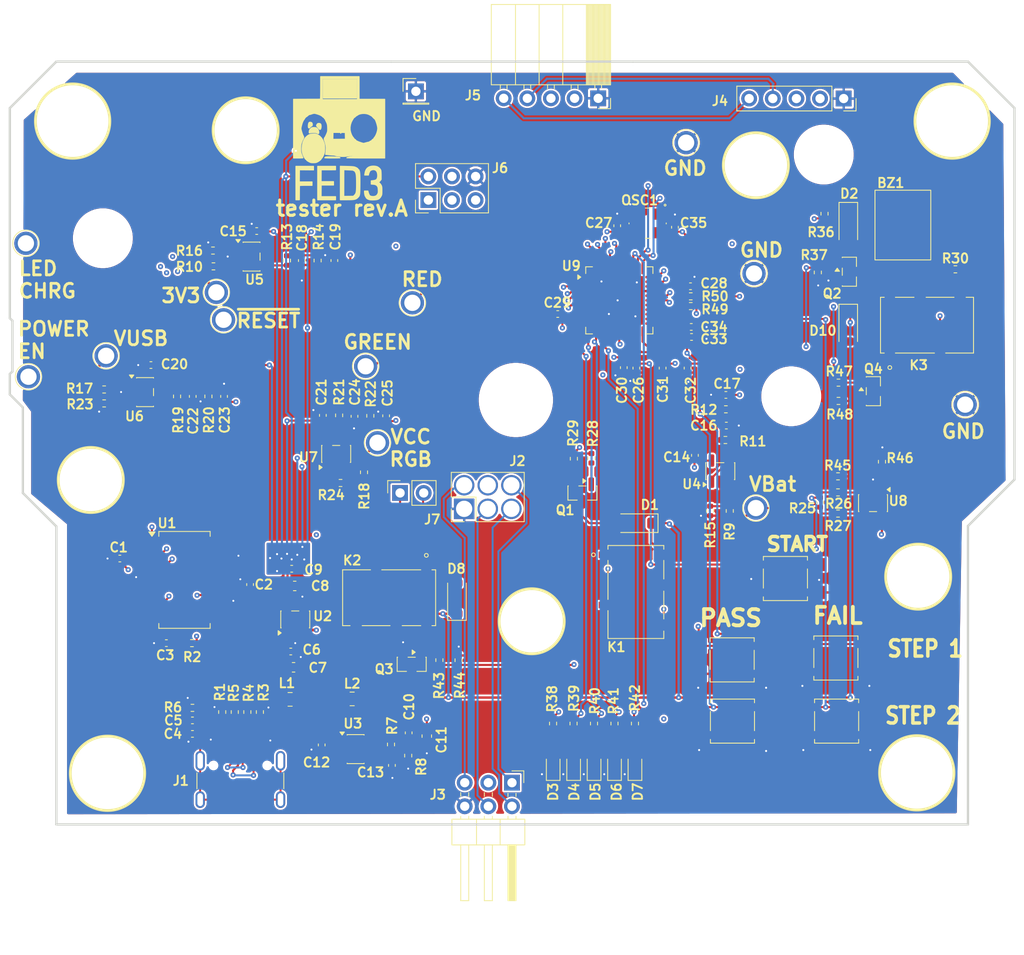
<source format=kicad_pcb>
(kicad_pcb (version 20241229) (generator "pcbnew") (generator_version "9.0")
  (layers (0 "F.Cu" signal) (4 "In1.Cu" signal) (6 "In2.Cu" signal) (2 "B.Cu" signal) (13 "F.Paste" user) (15 "B.Paste" user) (5 "F.SilkS" user "F.Silkscreen") (7 "B.SilkS" user "B.Silkscreen") (1 "F.Mask" user) (3 "B.Mask" user) (25 "Edge.Cuts" user))
  (net 0 "")
  (net 1 "GND")
  (net 2 "+3V3")
  (net 3 "Net-(J1-SHIELD)")
  (net 4 "USB+5V")
  (net 6 "Net-(D1-A)")
  (net 7 "Net-(D3-A)")
  (net 8 "Net-(D4-A)")
  (net 9 "Net-(D5-A)")
  (net 10 "Net-(U1-3V3OUT)")
  (net 12 "Net-(U3-FB)")
  (net 13 "Net-(U3-BP)")
  (net 14 "/VBUS")
  (net 16 "/CC1")
  (net 17 "/CC2")
  (net 18 "/D-")
  (net 19 "/USBD-")
  (net 20 "/D+")
  (net 21 "/USBD+")
  (net 22 "/main core/VBattest_check")
  (net 23 "Net-(C16-Pad1)")
  (net 24 "/main core/+3V3test_check")
  (net 25 "Net-(C18-Pad1)")
  (net 26 "/main core/VUSB_check")
  (net 27 "/main core/VccRGB_check")
  (net 28 "/main core/START_SW")
  (net 29 "/main core/Buzzer_OK")
  (net 30 "/main core/Buzzer_NOK")
  (net 31 "/main core/Motor_OK")
  (net 32 "/main core/Motor_NOK")
  (net 33 "/main core/DUT stage/~{RESET}")
  (net 34 "/main core/DUT stage/SWDIO")
  (net 35 "/main core/DUT stage/SWCLK")
  (net 36 "/main core/DUT stage/Motor-O")
  (net 37 "/main core/DUT stage/Motor-P")
  (net 38 "/main core/DUT stage/Motor-Y")
  (net 39 "/main core/DUT stage/Motor-B")
  (net 41 "/main core/PDI_CLOCK")
  (net 42 "/main core/PDI_DATA")
  (net 44 "/main core/DUT stage/VBattest")
  (net 45 "/main core/OSC")
  (net 46 "Net-(U1-~{RESET})")
  (net 47 "Net-(U4-+)")
  (net 48 "/main core/DUT stage/+3V3test")
  (net 49 "Net-(U4--)")
  (net 50 "/main core/DUT stage/VUSBtest")
  (net 51 "/main core/DUT stage/VccRGB")
  (net 54 "Net-(U8-S-)")
  (net 55 "Net-(U8-S+)")
  (net 56 "Net-(U5-+)")
  (net 57 "Net-(U5--)")
  (net 58 "Net-(U6-+)")
  (net 59 "Net-(U7-+)")
  (net 60 "Net-(U6--)")
  (net 61 "Net-(U7--)")
  (net 62 "3.7V")
  (net 63 "/main core/STATE_LED")
  (net 64 "/main core/LED#1")
  (net 65 "/main core/LED#2")
  (net 66 "/main core/LED#3")
  (net 67 "/main core/LED#4")
  (net 69 "Net-(D6-A)")
  (net 70 "Net-(Q1-G)")
  (net 72 "/main core/FTDI_RXD")
  (net 76 "/main core/FTDI_TXD")
  (net 79 "/main core/FTDI_CTS")
  (net 81 "/main core/FTDI_RTS")
  (net 88 "Net-(BZ1--)")
  (net 90 "Net-(K1-Pad3)")
  (net 95 "Net-(BZ1-+)")
  (net 96 "/main core/Buzzer")
  (net 98 "Net-(C22-Pad1)")
  (net 99 "Net-(C24-Pad1)")
  (net 100 "Net-(D7-A)")
  (net 101 "Net-(D8-A)")
  (net 102 "/main core/DUT stage/ThermalPin")
  (net 103 "/main core/DUT stage/ExtVUSB")
  (net 104 "Net-(Q3-G)")
  (net 105 "/main core/Relay_VBattest")
  (net 106 "/main core/Relay_ThermalPin")
  (net 108 "Net-(D10-A)")
  (net 110 "Net-(K3-Pad5)")
  (net 111 "Net-(Q4-G)")
  (net 112 "/main core/ADC Bat_I")
  (net 113 "/main core/I ON{slash}OFF Test")
  (net 114 "/main core/~{RESET}_Test")
  (net 115 "Net-(R49-Pad2)")
  (net 116 "Net-(R50-Pad2)")
  (net 117 "/main core/POWER_EN")
  (net 118 "/main core/LED_CHRG")
  (net 119 "/main core/LED_GREEN")
  (net 120 "/main core/RED_LED")
  (net 122 "RELAY+5V")
  (footprint "Resistor_SMD:R_0402_1005Metric" (layer "F.Cu") (at 186.08 69.55 180)
    (property "Reference" "R48")
    (property "Value" "10k")
  )
  (footprint "" (layer "F.Cu") (at 151.4011 69.45)
    (property "Reference" "")
    (property "Value" "")
  )
  (footprint "Capacitor_SMD:C_0402_1005Metric" (layer "F.Cu") (at 127.2 96.5)
    (property "Reference" "C6")
    (property "Value" "100nF")
  )
  (footprint "Resistor_SMD:R_0402_1005Metric" (layer "F.Cu") (at 139.825 107.7 90)
    (property "Reference" "R8")
    (property "Value" "30k1")
  )
  (footprint "Resistor_SMD:R_0402_1005Metric" (layer "F.Cu") (at 132.55 78.375)
    (property "Reference" "R24")
    (property "Value" "5k1")
  )
  (footprint "Resistor_SMD:R_0402_1005Metric" (layer "F.Cu") (at 126.7875 54.4486 90)
    (property "Reference" "R13")
    (property "Value" "10k")
  )
  (footprint "Resistor_SMD:R_0402_1005Metric" (layer "F.Cu") (at 114.9775 69.0611 90)
    (property "Reference" "R19")
    (property "Value" "10k")
  )
  (footprint "Capacitor_SMD:C_0402_1005Metric" (layer "F.Cu") (at 174.025 72.2)
    (property "Reference" "C16")
    (property "Value" "15nF")
  )
  (footprint "Resistor_SMD:R_0402_1005Metric" (layer "F.Cu") (at 137.975 106.5 90)
    (property "Reference" "R7")
    (property "Value" "61k2")
  )
  (footprint "Resistor_SMD:R_0402_1005Metric" (layer "F.Cu") (at 155.4 104.25 90)
    (property "Reference" "R38")
    (property "Value" "330R")
  )
  (footprint "Resistor_SMD:R_0402_1005Metric" (layer "F.Cu") (at 123.88 103.0114 90)
    (property "Reference" "R3")
    (property "Value" "5k1")
  )
  (footprint "Package_TO_SOT_SMD:SOT-23-5" (layer "F.Cu") (at 111.5375 68.6)
    (property "Reference" "U6")
    (property "Value" "THS4281")
  )
  (footprint "Capacitor_SMD:C_0402_1005Metric" (layer "F.Cu") (at 173.975 68.9 180)
    (property "Reference" "C17")
    (property "Value" "15nF")
  )
  (footprint "" (layer "F.Cu") (at 153.1 93.258951)
    (property "Reference" "")
    (property "Value" "")
  )
  (footprint "LED_SMD:LED_0603_1608Metric" (layer "F.Cu") (at 159.805 108.88 90)
    (property "Reference" "D5")
    (property "Value" "Green LED")
  )
  (footprint "Package_SO:SSOP-28_5.3x10.2mm_P0.65mm" (layer "F.Cu") (at 115.775 88.8)
    (property "Reference" "U1")
    (property "Value" "FT232RL")
  )
  (footprint "FED3_PCBLib:Pin_D1.75mm" (layer "F.Cu") (at 136.5261 74.0464)
    (property "Reference" "TP6" (hide yes))
    (property "Value" "VccRGB" (hide yes))
  )
  (footprint "" (layer "F.Cu") (at 105.7 78.058951)
    (property "Reference" "")
    (property "Value" "")
  )
  (footprint "" (layer "F.Cu") (at 194.5 109.55)
    (property "Reference" "")
    (property "Value" "")
  )
  (footprint "Capacitor_SMD:C_0402_1005Metric" (layer "F.Cu") (at 116.63 105.3614 180)
    (property "Reference" "C4")
    (property "Value" "4.7nF")
  )
  (footprint "Capacitor_SMD:C_0402_1005Metric" (layer "F.Cu") (at 116.63 103.9114)
    (property "Reference" "C5")
    (property "Value" "100nF")
  )
  (footprint "FED3_PCBLib:Pin_D1.75mm" (layer "F.Cu") (at 119.2011 57.8714 90)
    (property "Reference" "TP3" (hide yes))
    (property "Value" "+3V3test" (hide yes))
  )
  (footprint "Resistor_SMD:R_0402_1005Metric" (layer "F.Cu") (at 143.175 97.4275 90)
    (property "Reference" "R43")
    (property "Value" "100R")
  )
  (footprint "FED3_PCBLib:Pin_D1.75mm" (layer "F.Cu") (at 119.9761 60.8214)
    (property "Reference" "TP11" (hide yes))
    (property "Value" "GND" (hide yes))
  )
  (footprint "Resistor_SMD:R_0402_1005Metric" (layer "F.Cu") (at 190.755 76.0875 90)
    (property "Reference" "R46")
    (property "Value" "2M")
  )
  (footprint "LED_SMD:LED_0603_1608Metric" (layer "F.Cu") (at 164.2 108.88 90)
    (property "Reference" "D7")
    (property "Value" "Green LED")
  )
  (footprint "Capacitor_SMD:C_0402_1005Metric" (layer "F.Cu") (at 167.1736 66.0175 -90)
    (property "Reference" "C31")
    (property "Value" "100nF")
  )
  (footprint "Resistor_SMD:R_0402_1005Metric" (layer "F.Cu") (at 116.63 102.5614)
    (property "Reference" "R6")
    (property "Value" "1M")
  )
  (footprint "Resistor_SMD:R_0402_1005Metric" (layer "F.Cu") (at 118.8375 53.375)
    (property "Reference" "R16")
    (property "Value" "5k1")
  )
  (footprint "FED3_PCBLib:Pin_D1.75mm" (layer "F.Cu") (at 135.2511 65.8214 -90)
    (property "Reference" "TP12" (hide yes))
    (property "Value" "GND" (hide yes))
  )
  (footprint "Resistor_SMD:R_0402_1005Metric" (layer "F.Cu") (at 186.03 77.6625 180)
    (property "Reference" "R45")
    (property "Value" "10M")
  )
  (footprint "" (layer "F.Cu") (at 122.35 40.45)
    (property "Reference" "")
    (property "Value" "")
  )
  (footprint "Resistor_SMD:R_0402_1005Metric" (layer "F.Cu") (at 119.83 103.0114 90)
    (property "Reference" "R1")
    (property "Value" "5k1")
  )
  (footprint "Capacitor_SMD:C_0402_1005Metric" (layer "F.Cu") (at 130.65 71.1 90)
    (property "Reference" "C21")
    (property "Value" "100nF")
  )
  (footprint "Package_TO_SOT_SMD:SOT-23" (layer "F.Cu") (at 140.2 97.8775 -90)
    (property "Reference" "Q3")
    (property "Value" "DMN63D8L-7")
  )
  (footprint "Capacitor_SMD:C_0402_1005Metric" (layer "F.Cu") (at 138.075 108.75 -90)
    (property "Reference" "C13")
    (property "Value" "10nF")
  )
  (footprint "Capacitor_SMD:C_0402_1005Metric" (layer "F.Cu") (at 164.3511 66.0175 -90)
    (property "Reference" "C26")
    (property "Value" "100nF")
  )
  (footprint "FED3_PCBLib:Pin_D1.75mm" (layer "F.Cu") (at 199.7011 69.9464 90)
    (property "Reference" "TP7" (hide yes))
    (property "Value" "GND" (hide yes))
  )
  (footprint "Capacitor_SMD:C_0402_1005Metric" (layer "F.Cu") (at 170.65 75.4 90)
    (property "Reference" "C14")
    (property "Value" "100nF")
  )
  (footprint "Capacitor_SMD:C_0402_1005Metric" (layer "F.Cu") (at 170.2836 62.6675)
    (property "Reference" "C33")
    (property "Value" "100nF")
  )
  (footprint "Resistor_SMD:R_0402_1005Metric" (layer "F.Cu") (at 157.6325 75.765 90)
    (property "Reference" "R29")
    (property "Value" "10k")
  )
  (footprint "Capacitor_SMD:C_0402_1005Metric" (layer "F.Cu") (at 139.875 105.25 -90)
    (property "Reference" "C10")
    (property "Value" "150pF")
  )
  (footprint "Diode_SMD:D_SOD-123" (layer "F.Cu") (at 145.065 90.79 90)
    (property "Reference" "D8")
    (property "Value" "1N4148")
  )
  (footprint "Connector_PinSocket_2.54mm:PinSocket_1x05_P2.54mm_Horizontal" (layer "F.Cu") (at 160.25 37 -90)
    (property "Reference" "J5")
    (property "Value" "MotorCkeck2")
  )
  (footprint "FED3_PCBLib:Pin_D1.75mm" (layer "F.Cu") (at 98.7261 52.5964)
    (property "Reference" "TP10" (hide yes))
    (property "Value" "GND" (hide yes))
  )
  (footprint "Capacitor_SMD:C_0603_1608Metric" (layer "F.Cu") (at 127.625 89.45)
    (property "Reference" "C8")
    (property "Value" "4.7uF")
  )
  (footprint "FED3_PCBLib:RELAY_1462042-8" (layer "F.Cu") (at 164.3 90.1 -90)
    (property "Reference" "K1")
    (property "Value" "Relay SPDT")
  )
  (footprint "Resistor_SMD:R_0402_1005Metric" (layer "F.Cu") (at 186.03 81.6625 180)
    (property "Reference" "R27")
    (property "Value" "1k2")
  )
  (footprint "Resistor_SMD:R_0402_1005Metric" (layer "F.Cu") (at 159.5225 75.715 -90)
    (property "Reference" "R28")
    (property "Value" "100R")
  )
  (footprint "Package_TO_SOT_SMD:SOT-23-5" (layer "F.Cu") (at 132.0825 75.25 90)
    (property "Reference" "U7")
    (property "Value" "THS4281")
  )
  (footprint "FED3_PCBLib:RELAY_1462042-8" (layer "F.Cu") (at 195.6 61.4)
    (property "Reference" "K3")
    (property "Value" "Relay SPDT")
  )
  (footprint "Resistor_SMD:R_0402_1005Metric" (layer "F.Cu") (at 162 104.25 90)
    (property "Reference" "R41")
    (property "Value" "330R")
  )
  (footprint "Capacitor_SMD:C_0402_1005Metric" (layer "F.Cu") (at 116.660833 69.0611 -90)
    (property "Reference" "C22")
    (property "Value" "15nF")
  )
  (footprint "Package_TO_SOT_SMD:SOT-23-5" (layer "F.Cu") (at 173.375 77.1 90)
    (property "Reference" "U4")
    (property "Value" "THS4281")
  )
  (footprint "Resistor_SMD:R_0402_1005Metric" (layer "F.Cu") (at 170.2 58.3)
    (property "Reference" "R50")
    (property "Value" "1k")
  )
  (footprint "" (layer "F.Cu") (at 194.65 88.458951)
    (property "Reference" "")
    (property "Value" "")
  )
  (footprint "Diode_SMD:D_SOD-123" (layer "F.Cu") (at 187.14 50.5575 -90)
    (property "Reference" "D2")
    (property "Value" "1N4148")
  )
  (footprint "Button_Switch_SMD:SW_SPST_TL3305B" (layer "F.Cu") (at 185.8 97.2 180)
    (property "Reference" "SW3" (hide yes))
    (property "Value" "SW_SPST")
  )
  (footprint "Resistor_SMD:R_0402_1005Metric" (layer "F.Cu") (at 107.1375 69.8175)
    (property "Reference" "R23")
    (property "Value" "5k1")
  )
  (footprint "Resistor_SMD:R_0805_2012Metric" (layer "F.Cu") (at 133.8 101.6)
    (property "Reference" "L2")
    (property "Value" "40R@100MHz")
  )
  (footprint "Button_Switch_SMD:SW_SPST_TL3305B" (layer "F.Cu") (at 185.8811 103.9864 180)
    (property "Reference" "SW5" (hide yes))
    (property "Value" "SW_SPST")
  )
  (footprint "Resistor_SMD:R_0402_1005Metric" (layer "F.Cu") (at 173.925 73.75 180)
    (property "Reference" "R11")
    (property "Value" "10k")
  )
  (footprint "Package_TO_SOT_SMD:SOT-23" (layer "F.Cu") (at 187.25 55.65)
    (property "Reference" "Q2")
    (property "Value" "DMN63D8L-7")
  )
  (footprint "LED_SMD:LED_0603_1608Metric" (layer "F.Cu") (at 162.0025 108.88 90)
    (property "Reference" "D6")
    (property "Value" "Green LED")
  )
  (footprint "Capacitor_SMD:C_0402_1005Metric" (layer "F.Cu") (at 131.8875 54.4486 90)
    (property "Reference" "C19")
    (property "Value" "15nF")
  )
  (footprint "Resistor_SMD:R_0402_1005Metric" (layer "F.Cu") (at 173.975 70.45)
    (property "Reference" "R12")
    (property "Value" "10k")
  )
  (footprint "FED3_PCBLib:RELAY_1462042-8" (layer "F.Cu") (at 137.775 90.7175 180)
    (property "Reference" "K2")
    (property "Value" "Relay SPDT")
  )
  (footprint "Resistor_SMD:R_0402_1005Metric" (layer "F.Cu") (at 164.2 104.25 90)
    (property "Reference" "R42")
    (property "Value" "560R")
  )
  (footprint "Capacitor_SMD:C_0402_1005Metric" (layer "F.Cu") (at 170.2536 61.5875)
    (property "Reference" "C34")
    (property "Value" "100nF")
  )
  (footprint "FED3_PCBLib:Pin_D1.75mm" (layer "F.Cu") (at 177.0011 55.8464)
    (property "Reference" "TP8" (hide yes))
    (property "Value" "GND" (hide yes))
  )
  (footprint "Capacitor_SMD:C_0402_1005Metric" (layer "F.Cu") (at 168.5011 50.8675 90)
    (property "Reference" "C35")
    (property "Value" "100nF")
  )
  (footprint "Capacitor_SMD:C_0402_1005Metric" (layer "F.Cu") (at 134.05 71.2 -90)
    (property "Reference" "C24")
    (property "Value" "15nF")
  )
  (footprint "Capacitor_SMD:C_0402_1005Metric" (layer "F.Cu") (at 128.3875 54.4486 -90)
    (property "Reference" "C18")
    (property "Value" "15nF")
  )
  (footprint "Resistor_SMD:R_0402_1005Metric" (layer "F.Cu") (at 118.8875 55.075 180)
    (property "Reference" "R10")
    (property "Value" "10k")
  )
  (footprint "Capacitor_SMD:C_0603_1608Metric" (layer "F.Cu") (at 141.825 105.6 -90)
    (property "Reference" "C11")
    (property "Value" "4.7uF")
  )
  (footprint "Connector_PinSocket_2.54mm:PinSocket_1x02_P2.54mm_Vertical" (layer "F.Cu") (at 138.9511 79.4464 90)
    (property "Reference" "J7")
    (property "Value" "Conn_01x02_Socket")
  )
  (footprint "Package_TO_SOT_SMD:SOT-23" (layer "F.Cu") (at 189.83 68.5)
    (property "Reference" "Q4")
    (property "Value" "DMN63D8L-7")
  )
  (footprint "Resistor_SMD:R_0402_1005Metric" (layer "F.Cu") (at 130.0875 54.4486 -90)
    (property "Reference" "R14")
    (property "Value" "10k")
  )
  (footprint "Package_TO_SOT_SMD:SOT-23-6" (layer "F.Cu") (at 134.175 107)
    (property "Reference" "U3")
    (property "Value" "TPS79301-EP")
  )
  (footprint "Connector_USB:USB_C_Receptacle_GCT_USB4105-xx-A_16P_TopMnt_Horizontal" (layer "F.Cu") (at 121.78 111.3614)
    (property "Reference" "J1")
    (property "Value" "USB4105-GF-A")
  )
  (footprint "FED3_PCBLib:Pin_D1.75mm" (layer "F.Cu") (at 99.0011 66.9464)
    (property "Reference" "TP9" (hide yes))
    (property "Value" "GND" (hide yes))
  )
  (footprint "Resistor_SMD:R_0402_1005Metric" (layer "F.Cu") (at 132.4 71.1 90)
    (property "Reference" "R21")
    (property "Value" "10k")
  )
  (footprint "Resistor_SMD:R_0402_1005Metric" (layer "F.Cu") (at 172.285 81.3825 90)
    (property "Reference" "R15")
    (property "Value" "5k1")
  )
  (footprint "Capacitor_SMD:C_0402_1005Metric" (layer "F.Cu") (at 162.2936 50.7075 90)
    (property "Reference" "C27")
    (property "Value" "100nF")
  )
  (footprint "Resistor_SMD:R_0402_1005Metric" (layer "F.Cu") (at 121.18 103.0114 -90)
    (property "Reference" "R5")
    (property "Value" "27R")
  )
  (footprint "Capacitor_SMD:C_0603_1608Metric" (layer "F.Cu") (at 127.5 98.2)
    (property "Reference" "C7")
    (property "Value" "2.2uF")
  )
  (footprint "Capacitor_SMD:C_0402_1005Metric" (layer "F.Cu") (at 127.3 87.6)
    (property "Reference" "C9")
    (property "Value" "100nF")
  )
  (footprint "" (layer "F.Cu") (at 198.3 39.45)
    (property "Reference" "")
    (property "Value" "")
  )
  (footprint "Button_Switch_SMD:SW_SPST_TL3305B" (layer "F.Cu") (at 180.375 88.65 180)
    (property "Reference" "SW1" (hide yes))
    (property "Value" "SW_SPST")
  )
  (footprint "Package_TO_SOT_SMD:SOT-23-5" (layer "F.Cu") (at 122.9875 54.025)
    (property "Reference" "U5")
    (property "Value" "THS4281")
  )
  (footprint "Resistor_SMD:R_0402_1005Metric" (layer "F.Cu") (at 135.075 77.225 90)
    (property "Reference" "R18")
    (property "Value" "10k")
  )
  (footprint "Diode_SMD:D_SOD-123" (layer "F.Cu") (at 164.3225 82.7 180)
    (property "Reference" "D1")
    (property "Value" "1N4148")
  )
  (footprint "Resistor_SMD:R_0402_1005Metric" (layer "F.Cu") (at 170.2 59.35)
    (property "Reference" "R49")
    (property "Value" "1k")
  )
  (footprint "" (layer "F.Cu") (at 107.5 109.6)
    (property "Reference" "")
    (property "Value" "")
  )
  (footprint "Resistor_SMD:R_0402_1005Metric" (layer "F.Cu") (at 157.6 104.25 90)
    (property "Reference" "R39")
    (property "Value" "330R")
  )
  (footprint "FED3_PCBLib:Pin_D1.75mm" (layer "F.Cu") (at 107.3511 64.6964 90)
    (property "Reference" "TP4" (hide yes))
    (property "Value" "VUSBtest" (hide yes))
  )
  (footprint "Resistor_SMD:R_0402_1005Metric" (layer "F.Cu") (at 174.395 81.3825 -90)
    (property "Reference" "R9")
    (property "Value" "10k")
  )
  (footprint "Resistor_SMD:R_0402_1005Metric" (layer "F.Cu") (at 135.75 71.15 -90)
    (property "Reference" "R22")
    (property "Value" "10k")
  )
  (footprint "Capacitor_SMD:C_0402_1005Metric" (layer "F.Cu") (at 122.825 89.3 90)
    (property "Reference" "C2")
    (property "Value" "100nF")
  )
  (footprint "Resistor_SMD:R_0402_1005Metric" (layer "F.Cu") (at 145.24 97.4375 -90)
    (property "Reference" "R44")
    (property "Value" "10k")
  )
  (footprint "Button_Switch_SMD:SW_SPST_TL3305B" (layer "F.Cu") (at 174.6811 103.9864 180)
    (property "Reference" "SW4" (hide yes))
    (property "Value" "SW_SPST")
  )
  (footprint "FED3_PCBLib:SMT-0540-T-9-R Buzzer" (layer "F.Cu") (at 193.00269 50.63369 -90)
    (property "Reference" "BZ1")
    (property "Value" "Buzzer")
  )
  (footprint "FED3_PCBLib:Pin_D1.75mm" (layer "F.Cu") (at 177.2011 81.0714)
    (property "Reference" "TP2" (hide yes))
    (property "Value" "VBattest" (hide yes))
  )
  (footprint "Resistor_SMD:R_0402_1005Metric" (layer "F.Cu") (at 183.86 55.73 90)
    (property "Reference" "R37")
    (property "Value" "10k")
  )
  (footprint "Resistor_SMD:R_0402_1005Metric" (layer "F.Cu") (at 186.08 67.58)
    (property "Reference" "R47")
    (property "Value" "100R")
  )
  (footprint "FED3_PCBLib:PinHeader_2x03_to Probes" (layer "F.Cu") (at 145.83905 81.156143 90)
    (property "Reference" "J2")
    (property "Value" "6pin_hd" (hide yes))
  )
  (footprint "" (layer "F.Cu") (at 181 69.05)
    (property "Reference" "@HOLE6" (hide yes))
    (property "Value" "" (hide yes))
  )
  (footprint "LED_SMD:LED_0603_1608Metric" (layer "F.Cu") (at 155.41 108.88 90)
    (property "Reference" "D3")
    (property "Value" "Green LED")
  )
  (footprint "Package_TO_SOT_SMD:SOT-23-5" (layer "F.Cu") (at 189.7975 80.5375 -90)
    (property "Reference" "U8")
    (property "Value" "ZXCT1082")
  )
  (footprint "Capacitor_SMD:C_0402_1005Metric" (layer "F.Cu") (at 130.525 106.55 -90)
    (property "Reference" "C12")
    (property "Value" "100nF")
  )
  (footprint "Connector_PinHeader_2.54mm:PinHeader_1x01_P2.54mm_Vertical" (layer "F.Cu") (at 140.6511 36.25)
    (property "Reference" "TP1" (hide yes))
    (property "Value" "GND")
  )
  (footprint "FED3_PCBLib:Pin_D1.75mm" (layer "F.Cu") (at 169.7011 41.7714)
    (property "Reference" "TP5" (hide yes))
    (property "Value" "GND" (hide yes))
  )
  (footprint "Diode_SMD:D_SOD-123" (layer "F.Cu") (at 187.13 61.51 -90)
    (property "Reference" "D10")
    (property "Value" "1N4148")
  )
  (footprint "Button_Switch_SMD:SW_SPST_TL3305B" (layer "F.Cu") (at 174.65 97.4 180)
    (property "Reference" "SW2" (hide yes))
    (property "Value" "SW_SPST")
  )
  (footprint "FED3_PCBLib:OSC" (layer "F.Cu") (at 165.5636 50.4575 180)
    (property "Reference" "OSC1")
    (property "Value" "32MHz" (hide yes))
  )
  (footprint "Resistor_SMD:R_0402_1005Metric" (layer "F.Cu") (at 122.53 103.0114 -90)
    (property "Reference" "R4")
    (property "Value" "27R")
  )
  (footprint "Connector_PinHeader_2.54mm:PinHeader_2x03_P2.54mm_Vertical" (layer "F.Cu") (at 141.9911 47.945 90)
    (property "Reference" "J6")
    (property "Value" "Conn_02x03_Odd_Even")
  )
  (footprint "Capacitor_SMD:C_0402_1005Metric" (layer "F.Cu") (at 108.825 86.5 180)
    (property "Reference" "C1")
    (property "Value" "100nF")
  )
  (footprint "" (layer "F.Cu") (at 103.75 39.45)
    (property "Reference" "")
    (property "Value" "")
  )
  (footprint "FED3_PCBLib:Pin_D1.75mm" (layer "F.Cu") (at 140.2761 58.9964)
    (property "Reference" "TP13" (hide yes))
    (property "Value" "GND" (hide yes))
  )
  (footprint "Capacitor_SMD:C_0402_1005Metric" (layer "F.Cu") (at 170.1725 57.2175)
    (property "Reference" "C28")
    (property "Value" "100nF")
  )
  (footprint "Capacitor_SMD:C_0402_1005Metric" (layer "F.Cu") (at 123.5375 51.275 180)
    (property "Reference" "C15")
    (property "Value" "100nF")
  )
  (footprint "Package_TO_SOT_SMD:SOT-23-5" (layer "F.Cu") (at 127.6825 93.05 90)
    (property "Reference" "U2")
    (property "Value" "LP5907MFX-3.3")
  )
  (footprint "Capacitor_SMD:C_0402_1005Metric" (layer "F.Cu") (at 155.9 60.2 180)
    (property "Reference" "C29")
    (property "Value" "100nF")
  )
  (footprint "Capacitor_SMD:C_0402_1005Metric" (layer "F.Cu") (at 112.1675 65.6911 180)
    (property "Reference" "C20")
    (property "Value" "100nF")
  )
  (footprint "Capacitor_SMD:C_0402_1005Metric" (layer "F.Cu") (at 120.0275 69.0611 90)
    (property "Reference" "C23")
    (property "Value" "15nF")
  )
  (footprint "Capacitor_SMD:C_0402_1005Metric" (layer "F.Cu") (at 169.8586 66.0175 -90)
    (property "Reference" "C32")
    (property "Value" "100nF")
  )
  (footprint "Connector_PinHeader_2.54mm:PinHeader_2x03_P2.54mm_Horizontal" (layer "F.Cu") (at 150.98 110.61 -90)
    (property "Reference" "J3")
    (property "Value" "Conn_02x03_Odd_Even")
  )
  (footprint "Package_DFN_QFN:QFN-44-1EP_7x7mm_P0.5mm_EP5.2x5.2mm" (layer "F.Cu") (at 162.52 58.7311)
    (property "Reference" "U9")
    (property "Value" "ATXMEGA32A4U-MH")
  )
  (footprint "Resistor_SMD:R_0402_1005Metric" (layer "F.Cu") (at 116.575 95.6)
    (property "Reference" "R2")
    (property "Value" "10k")
  )
  (footprint "Connector_PinSocket_2.54mm:PinSocket_1x05_P2.54mm_Vertical" (layer "F.Cu") (at 186.64 37.025 -90)
    (property "Reference" "J4")
    (property "Value" "MotorCkeck1")
  )
  (footprint "Resistor_SMD:R_0402_1005Metric" (layer "F.Cu") (at 198.65 55.3925)
    (property "Reference" "R30")
    (property "Value" "22k")
  )
  (footprint "Resistor_SMD:R_0402_1005Metric" (layer "F.Cu") (at 184.58 49.41 90)
    (property "Reference" "R36")
    (property "Value" "100R")
  )
  (footprint "Resistor_SMD:R_0402_1005Metric" (layer "F.Cu") (at 159.8 104.25 90)
    (property "Reference" "R40")
    (property "Value" "330R")
  )
  (footprint "Resistor_SMD:R_0402_1005Metric" (layer "F.Cu") (at 186.03 79.3875 180)
    (property "Reference" "R26")
    (property "Value" "1k2")
  )
  (footprint "" (layer "F.Cu") (at 177.2 44.208951)
    (property "Reference" "")
    (property "Value" "")
  )
  (footprint "Capacitor_SMD:C_0402_1005Metric" (layer "F.Cu") (at 163.0011 65.9675 -90)
    (property "Reference" "C30")
    (property "Value" "100nF")
  )
  (footprint "Package_TO_SOT_SMD:SOT-23" (layer "F.Cu") (at 158.5525 79.455 -90)
    (property "Reference" "Q1")
    (property "Value" "DMN63D8L-7")
  )
  (footprint "Resistor_SMD:R_0805_2012Metric" (layer "F.Cu") (at 127.13 101.65)
    (property "Reference" "L1")
    (property "Value" "40R@100MHz")
  )
  (footprint "FED3_PCBLib:FED_logo" (layer "F.Cu") (at 132.241843 41.33804)
    (property "Reference" "G***" (hide yes))
    (property "Value" "LOGO" (hide yes))
  )
  (footprint "Resistor_SMD:R_0402_1005Metric" (layer "F.Cu") (at 107.1375 68.3175 180)
    (property "Reference" "R17")
    (property "Value" "10k")
  )
  (footprint "Resistor_SMD:R_0402_1005Metric" (layer "F.Cu") (at 118.344167 69.0611 -90)
    (property "Reference" "R20")
    (property "Value" "10k")
  )
  (footprint "Capacitor_SMD:C_0402_1005Metric" (layer "F.Cu") (at 137.45 71.15 90)
    (property "Reference" "C25")
    (property "Value" "15nF")
  )
  (footprint "Resistor_SMD:R_0402_1005Metric" (layer "F.Cu") (at 184.105 80.4625 -90)
    (property "Reference" "R25")
    (property "Value" "10R")
  )
  (footprint "LED_SMD:LED_0603_1608Metric" (layer "F.Cu") (at 157.6075 108.88 90)
    (property "Reference" "D4")
    (property "Value" "Green LED")
  )
  (footprint "Capacitor_SMD:C_0402_1005Metric" (layer "F.Cu") (at 113.825 95.6)
    (property "Reference" "C3")
    (property "Value" "100nF")
  )
  (footprint "" (layer "B.Cu") (at 107.0011 52.05 180)
    (property "Reference" "")
    (property "Value" "")
  )
  (footprint "FED3_PCBLib:FED3 board" (layer "B.Cu") (at 150.4911 57.92 180)
    (property "Reference" "REF**" (hide yes))
    (property "Value" "FED3.2 board" (hide yes))
  )
  (footprint "" (layer "B.Cu") (at 184.5 43.05 180)
    (property "Reference" "@HOLE0" (hide yes))
    (property "Value" "" (hide yes))
  )
  (gr_circle (center 105.7 78.05) (end 109.2 78.05) (stroke (width 0.3)) (fill no) (layer "F.SilkS"))
  (gr_circle (center 103.75 39.45) (end 107.75 39.45) (stroke (width 0.3)) (fill no) (layer "F.SilkS"))
  (gr_circle (center 107.0011 52.0464) (end 109.6511 52.0164) (stroke (width 0.1)) (fill no) (layer "F.SilkS"))
  (gr_circle (center 122.35 40.441049) (end 125.85 40.441049) (stroke (width 0.3)) (fill no) (layer "F.SilkS"))
  (gr_circle (center 181.0011 69.0464) (end 183.6511 69.0564) (stroke (width 0.1)) (fill no) (layer "F.SilkS"))
  (gr_circle (center 194.65 88.45) (end 198.15 88.45) (stroke (width 0.3)) (fill no) (layer "F.SilkS"))
  (gr_circle (center 194.5 109.55) (end 198.5 109.55) (stroke (width 0.3)) (fill no) (layer "F.SilkS"))
  (gr_circle (center 198.3 39.45) (end 202.3 39.45) (stroke (width 0.3)) (fill no) (layer "F.SilkS"))
  (gr_circle (center 177.2 44.2) (end 180.7 44.2) (stroke (width 0.3)) (fill no) (layer "F.SilkS"))
  (gr_circle (center 107.5 109.6) (end 111.5 109.6) (stroke (width 0.3)) (fill no) (layer "F.SilkS"))
  (gr_circle (center 153.1 93.25) (end 156.6 93.25) (stroke (width 0.3)) (fill no) (layer "F.SilkS"))
  (gr_line (start 98.4 79.45) (end 98.4 70.25) (stroke (width 0.25)) (layer "Edge.Cuts"))
  (gr_line (start 200 33.05) (end 205 38.05) (stroke (width 0.25)) (layer "Edge.Cuts"))
  (gr_line (start 97.28 60.93) (end 97 60.65) (stroke (width 0.25)) (layer "Edge.Cuts"))
  (gr_line (start 97 38.05) (end 102 33.05) (stroke (width 0.25)) (layer "Edge.Cuts"))
  (gr_line (start 97.28 66.37) (end 97.28 60.93) (stroke (width 0.25)) (layer "Edge.Cuts"))
  (gr_line (start 97 60.65) (end 97 38.05) (stroke (width 0.25)) (layer "Edge.Cuts"))
  (gr_line (start 138 33.05) (end 164 33.05) (stroke (width 0.25)) (layer "Edge.Cuts"))
  (gr_line (start 97 66.65) (end 97.28 66.37) (stroke (width 0.25)) (layer "Edge.Cuts"))
  (gr_line (start 200 83) (end 200 115.1) (stroke (width 0.25)) (layer "Edge.Cuts"))
  (gr_line (start 205 78) (end 200 83) (stroke (width 0.25)) (layer "Edge.Cuts"))
  (gr_line (start 102 83.05) (end 98.4 79.45) (stroke (width 0.25)) (layer "Edge.Cuts"))
  (gr_line (start 102 33.05) (end 138 33.05) (stroke (width 0.25)) (layer "Edge.Cuts"))
  (gr_line (start 97 68.85) (end 97 66.65) (stroke (width 0.25)) (layer "Edge.Cuts"))
  (gr_line (start 205 38.05) (end 205 78) (stroke (width 0.25)) (layer "Edge.Cuts"))
  (gr_line (start 200 115.1) (end 102 115.1) (stroke (width 0.25)) (layer "Edge.Cuts"))
  (gr_line (start 102 83.05) (end 102 115.1) (stroke (width 0.25)) (layer "Edge.Cuts"))
  (gr_line (start 98.4 70.25) (end 97 68.85) (stroke (width 0.25)) (layer "Edge.Cuts"))
  (gr_line (start 164 33.05) (end 200 33.05) (stroke (width 0.25)) (layer "Edge.Cuts"))
  (gr_text "FAIL" (at 186 92.65 0) (layer "F.SilkS") (effects (font (size 1.75 1.75) (thickness 0.4) (bold yes))))
  (gr_text "LED\nCHRG" (at 97.8 58.6 0) (layer "F.SilkS") (effects (font (size 1.5 1.5) (thickness 0.3) (bold yes)) (justify left bottom)))
  (gr_text "PASS" (at 174.5 92.9 0) (layer "F.SilkS") (effects (font (size 1.75 1.75) (thickness 0.4) (bold yes))))
  (gr_text "VUSB" (at 111.1 63.7 0) (layer "F.SilkS") (effects (font (size 1.5 1.5) (thickness 0.3) (bold yes)) (justify bottom)))
  (gr_text "POWER\nEN" (at 97.7 65.1 0) (layer "F.SilkS") (effects (font (size 1.5 1.5) (thickness 0.3) (bold yes)) (justify left bottom)))
  (gr_text "3V3" (at 115.4 59.1 0) (layer "F.SilkS") (effects (font (size 1.5 1.5) (thickness 0.3) (bold yes)) (justify bottom)))
  (gr_text "~{RESET}" (at 124.8 61.8 0) (layer "F.SilkS") (effects (font (size 1.5 1.5) (thickness 0.3) (bold yes)) (justify bottom)))
  (gr_text "GND" (at 199.5 73.7 0) (layer "F.SilkS") (effects (font (size 1.5 1.5) (thickness 0.3) (bold yes)) (justify bottom)))
  (gr_text "VCC\nRGB" (at 140.1 76.7 0) (layer "F.SilkS") (effects (font (size 1.5 1.5) (thickness 0.3) (bold yes)) (justify bottom)))
  (gr_text "GND" (at 177.8 54.2 0) (layer "F.SilkS") (effects (font (size 1.5 1.5) (thickness 0.3) (bold yes)) (justify bottom)))
  (gr_text "GREEN" (at 132.7 64.1 0) (layer "F.SilkS") (effects (font (size 1.5 1.5) (thickness 0.3) (bold yes)) (justify left bottom)))
  (gr_text "RED" (at 138.95 57.35 0) (layer "F.SilkS") (effects (font (size 1.5 1.5) (thickness 0.3) (bold yes)) (justify left bottom)))
  (gr_text "STEP 1" (at 195.4 96.2 0) (layer "F.SilkS") (effects (font (size 1.75 1.5) (thickness 0.4) (bold yes))))
  (gr_text "STEP 2" (at 195.15 103.4 0) (layer "F.SilkS") (effects (font (size 1.75 1.5) (thickness 0.4) (bold yes))))
  (gr_text "VBat" (at 179 78.5 0) (layer "F.SilkS") (effects (font (size 1.5 1.5) (thickness 0.3) (bold yes))))
  (gr_text "GND" (at 169.6 45.4 0) (layer "F.SilkS") (effects (font (size 1.5 1.5) (thickness 0.3) (bold yes)) (justify bottom)))
  (gr_text "GND" (at 141.8 39.5 0) (layer "F.SilkS") (effects (font (size 1 1) (thickness 0.2) (bold yes)) (justify bottom)))
  (gr_text "tester rev.A" (at 125.4 49.8 0) (layer "F.SilkS") (effects (font (size 1.64084 1.64084) (thickness 0.328168) (bold yes)) (justify left bottom)))
  (gr_text "START" (at 181.65 84.95 0) (layer "F.SilkS") (effects (font (size 1.5 1.5) (thickness 0.375) (bold yes))))
  (segment (start 182.3 105.6) (end 182.3 107.1) (width 0.23) (layer "F.Cu") (net 1))
  (segment (start 171.1 105.5) (end 171.1 107.1) (width 0.23) (layer "F.Cu") (net 1))
  (segment (start 189.4 98.7) (end 189.4 100.2) (width 0.23) (layer "F.Cu") (net 1))
  (segment (start 112.275 88.475) (end 110.6 88.475) (width 0.23) (layer "F.Cu") (net 1))
  (segment (start 184 90.2) (end 184 88.8) (width 0.23) (layer "F.Cu") (net 1))
  (segment (start 121.0925 88.7325) (end 121.775 88.7325) (width 0.23) (layer "F.Cu") (net 1))
  (segment (start 127.6825 94.1875) (end 127.6825 95.6) (width 0.3) (layer "F.Cu") (net 1))
  (segment (start 176.7 90.2) (end 176.7 88.7) (width 0.23) (layer "F.Cu") (net 1))
  (segment (start 139.25 96.94) (end 139.25 95.5325) (width 0.23) (layer "F.Cu") (net 1))
  (segment (start 160.9 109.7) (end 162 109.7) (width 0.23) (layer "F.Cu") (net 1))
  (segment (start 171.9 61.6) (end 171.7 61.6) (width 0.23) (layer "F.Cu") (net 1))
  (segment (start 121.575 86.2) (end 121.6 86.175) (width 0.23) (layer "F.Cu") (net 1))
  (segment (start 138.075 110.05) (end 138.125 110.1) (width 0.23) (layer "F.Cu") (net 1))
  (segment (start 134 71.7) (end 134 72.5) (width 0.23) (layer "F.Cu") (net 1))
  (segment (start 186.3125 56.6) (end 185 56.6) (width 0.23) (layer "F.Cu") (net 1))
  (segment (start 110.4 68.6) (end 108.9664 68.6) (width 0.23) (layer "F.Cu") (net 1))
  (segment (start 162.395379 66.504621) (end 162.1 66.8) (width 0.23) (layer "F.Cu") (net 1))
  (segment (start 128.3875 56.6) (end 128.3875 55.0161) (width 0.23) (layer "F.Cu") (net 1))
  (segment (start 124.7764 102.5014) (end 124.8 102.525) (width 0.21) (layer "F.Cu") (net 1))
  (segment (start 168.5 49.5) (end 168.5011 49.5011) (width 0.23) (layer "F.Cu") (net 1))
  (segment (start 129.6 70.5) (end 129.6325 70.5325) (width 0.21) (layer "F.Cu") (net 1))
  (segment (start 113.2575 95.6) (end 112.5 95.6) (width 0.23) (layer "F.Cu") (net 1))
  (segment (start 183.9 57.129) (end 183.9 56.28) (width 0.23) (layer "F.Cu") (net 1))
  (segment (start 121.775 88.7325) (end 122.825 88.7325) (width 0.23) (layer "F.Cu") (net 1))
  (segment (start 110.8 65.6911) (end 111.6 65.6911) (width 0.23) (layer "F.Cu") (net 1))
  (segment (start 171 99) (end 171 100.4) (width 0.23) (layer "F.Cu") (net 1))
  (segment (start 158.7 109.7) (end 159.8 109.7) (width 0.23) (layer "F.Cu") (net 1))
  (segment (start 121.6 86.175) (end 121.3 85.875) (width 0.23) (layer "F.Cu") (net 1))
  (segment (start 106.6 69.8) (end 106.6 70.7) (width 0.23) (layer "F.Cu") (net 1))
  (segment (start 130.65 70.5325) (end 129.6325 70.5325) (width 0.21) (layer "F.Cu") (net 1))
  (segment (start 119.275 89.125) (end 120.7 89.125) (width 0.23) (layer "F.Cu") (net 1))
  (segment (start 189.7975 78) (end 189.7975 79.4) (width 0.22) (layer "F.Cu") (net 1))
  (segment (start 123 50.5) (end 122.97 50.53) (width 0.23) (layer "F.Cu") (net 1))
  (segment (start 120.4239 54.025) (end 120.4175 54.0186) (width 0.23) (layer "F.Cu") (net 1))
  (segment (start 178.3 99) (end 178.3 100.4) (width 0.23) (layer "F.Cu") (net 1))
  (segment (start 108.2575 86.5) (end 107.5 86.5) (width 0.23) (layer "F.Cu") (net 1))
  (segment (start 164.3511 66.7489) (end 164.3511 66.4975) (width 0.23) (layer "F.Cu") (net 1))
  (segment (start 168.5 49.6) (end 168.5 49.5) (width 0.23) (layer "F.Cu") (net 1))
  (segment (start 119.275 86.525) (end 121.25 86.525) (width 0.23) (layer "F.Cu") (net 1))
  (segment (start 128.4 90.55) (end 128.45 90.6) (width 0.23) (layer "F.Cu") (net 1))
  (segment (start 108.9664 68.6) (end 108.9575 68.5911) (width 0.23) (layer "F.Cu") (net 1))
  (segment (start 119.275 91.075) (end 121 91.075) (width 0.23) (layer "F.Cu") (net 1))
  (segment (start 171.7 61.6) (end 171.6875 61.5875) (width 0.23) (layer "F.Cu") (net 1))
  (segment (start 119.83 102.5014) (end 119.0264 102.5014) (width 0.21) (layer "F.Cu") (net 1))
  (segment (start 121.3 85.875) (end 119.275 85.875) (width 0.23) (layer "F.Cu") (net 1))
  (segment (start 145.24 95.9925) (end 145.255 95.9775) (width 0.23) (layer "F.Cu") (net 1))
  (segment (start 145.24 96.9275) (end 145.24 95.9925) (width 0.23) (layer "F.Cu") (net 1))
  (segment (start 137.5 70.7) (end 136.6 70.7) (width 0.23) (layer "F.Cu") (net 1))
  (segment (start 156.5 109.7) (end 157.6 109.7) (width 0.23) (layer "F.Cu") (net 1))
  (segment (start 128.275 97.095) (end 127.68 96.5) (width 0.3) (layer "F.Cu") (net 1))
  (segment (start 116.7 69.6) (end 117.5 69.6) (width 0.23) (layer "F.Cu") (net 1))
  (segment (start 172.285 81.8925) (end 171.3075 81.8925) (width 0.21) (layer "F.Cu") (net 1))
  (segment (start 123.88 102.5014) (end 124.7764 102.5014) (width 0.21) (layer "F.Cu") (net 1))
  (segment (start 130.525 107.03) (end 129.445 107.03) (width 0.23) (layer "F.Cu") (net 1))
  (segment (start 141.825 106.375) (end 141.825 107.45) (width 0.23) (layer "F.Cu") (net 1))
  (segment (start 116.15 105.3614) (end 116.15 103.9114) (width 0.21) (layer "F.Cu") (net 1))
  (segment (start 120.0275 67.7) (end 120.0275 68.5811) (width 0.23) (layer "F.Cu") (net 1))
  (segment (start 170.6525 57.2175) (end 170.6525 56.2525) (width 0.23) (layer "F.Cu") (net 1))
  (segment (start 189.5 105.5) (end 189.5 107.1) (width 0.23) (layer "F.Cu") (net 1))
  (segment (start 130.525 107.03) (end 133.0075 107.03) (width 0.23) (layer "F.Cu") (net 1))
  (segment (start 127.78 87.6) (end 128.4 88.22) (width 0.22) (layer "F.Cu") (net 1))
  (segment (start 162.2936 50.2275) (end 162.2936 49.4064) (width 0.23) (layer "F.Cu") (net 1))
  (segment (start 118.58 105.995) (end 118.6 105.975) (width 0.21) (layer "F.Cu") (net 1))
  (segment (start 162.3 49.4) (end 162.2936 49.4064) (width 0.23) (layer "F.Cu") (net 1))
  (segment (start 124.98 107.6814) (end 124.98 106.095) (width 0.3) (layer "F.Cu") (net 1))
  (segment (start 168.5 50.3864) (end 168.5 49.5) (width 0.23) (layer "F.Cu") (net 1))
  (segment (start 163.1 109.7) (end 164.2 109.7) (width 0.23) (layer "F.Cu") (net 1))
  (segment (start 155.4 109.7) (end 154.2 109.7) (width 0.23) (layer "F.Cu") (net 1))
  (segment (start 116.2 105.4) (end 116.2 106.2) (width 0.23) (layer "F.Cu") (net 1))
  (segment (start 128.275 98.2) (end 128.275 97.095) (width 0.3) (layer "F.Cu") (net 1))
  (segment (start 121.25 86.525) (end 121.575 86.2) (width 0.23) (layer "F.Cu") (net 1))
  (segment (start 130.9 53.8686) (end 131.875 53.8686) (width 0.23) (layer "F.Cu") (net 1))
  (segment (start 171.7675 62.6675) (end 170.7636 62.6675) (width 0.23) (layer "F.Cu") (net 1))
  (segment (start 118.3275 52.5) (end 118.3275 53.375) (width 0.23) (layer "F.Cu") (net 1))
  (segment (start 119.0264 102.5014) (end 119 102.475) (width 0.21) (layer "F.Cu") (net 1))
  (segment (start 190.8 75.6) (end 190.8 74.5464) (width 0.23) (layer "F.Cu") (net 1))
  (segment (start 122.97 50.53) (end 122.97 51.275) (width 0.23) (layer "F.Cu") (net 1))
  (segment (start 169.896517 67.451604) (end 169.941807 67.496894) (width 0.23) (layer "F.Cu") (net 1))
  (segment (start 173.4075 68.9) (end 172.4025 68.9) (width 0.23) (layer "F.Cu") (net 1))
  (segment (start 171.6875 61.5875) (end 170.7336 61.5875) (width 0.23) (layer "F.Cu") (net 1))
  (segment (start 128.4 88.22) (end 128.4 89.45) (width 0.22) (layer "F.Cu") (net 1))
  (segment (start 139.25 95.5325) (end 139.275 95.5075) (width 0.23) (layer "F.Cu") (net 1))
  (segment (start 138.075 109.23) (end 138.075 110.05) (width 0.23) (layer "F.Cu") (net 1))
  (segment (start 121 91.075) (end 121.025 91.05) (width 0.23) (layer "F.Cu") (net 1))
  (segment (start 157.6325 76.275) (end 157.6325 78.4875) (width 0.23) (layer "F.Cu") (net 1))
  (segment (start 171.894485 62.864946) (end 171.894485 62.794485) (width 0.23) (layer "F.Cu") (net 1))
  (segment (start 116.12 102.5614) (end 116.12 101.495) (width 0.21) (layer "F.Cu") (net 1))
  (segment (start 124.98 106.095) (end 125 106.075) (width 0.21) (layer "F.Cu") (net 1))
  (segment (start 172.4025 68.9) (end 172.385 68.8825) (width 0.23) (layer "F.Cu") (net 1))
  (segment (start 163.02 55.3936) (end 163.02 58.2311) (width 0.22) (layer "F.Cu") (net 1))
  (segment (start 129.445 107.03) (end 129.425 107.05) (width 0.23) (layer "F.Cu") (net 1))
  (segment (start 121.85 54.025) (end 120.4239 54.025) (width 0.23) (layer "F.Cu") (net 1))
  (segment (start 139.825 108.21) (end 139.825 109.1) (width 0.23) (layer "F.Cu") (net 1))
  (segment (start 171.894485 62.794485) (end 171.7675 62.6675) (width 0.23) (layer "F.Cu") (net 1))
  (segment (start 128.4 89.45) (end 128.4 90.55) (width 0.23) (layer "F.Cu") (net 1))
  (segment (start 120.7 89.125) (end 121.0925 88.7325) (width 0.23) (layer "F.Cu") (net 1))
  (segment (start 118.58 107.6814) (end 118.58 105.995) (width 0.3) (layer "F.Cu") (net 1))
  (segment (start 178.3 105.6) (end 178.3 107.2) (width 0.23) (layer "F.Cu") (net 1))
  (segment (start 168.5011 49.5011) (end 168.5011 50.3875) (width 0.23) (layer "F.Cu") (net 1))
  (segment (start 110.6 88.475) (end 110.575 88.5) (width 0.23) (layer "F.Cu") (net 1))
  (segment (start 116.15 103.9114) (end 116.15 102.5914) (width 0.21) (layer "F.Cu") (net 1))
  (segment (start 171.3075 81.8925) (end 171.3 81.9) (width 0.21) (layer "F.Cu") (net 1))
  (segment (start 175.365 72.2) (end 174.5925 72.2) (width 0.23) (layer "F.Cu") (net 1))
  (segment (start 162.3447 49.4575) (end 162.2936 49.4064) (width 0.23) (layer "F.Cu") (net 1))
  (segment (start 170.6525 56.2525) (end 170.6 56.2) (width 0.23) (layer "F.Cu") (net 1))
  (segment (start 167.196517 66.504621) (end 167.196517 67.396517) (width 0.23) (layer "F.Cu") (net 1))
  (segment (start 182.2 98.7) (end 182.2 100.2) (width 0.23) (layer "F.Cu") (net 1))
  (segment (start 169.896517 66.504621) (end 169.896517 67.451604) (width 0.23) (layer "F.Cu") (net 1))
  (segment (start 116.1 101.475) (end 116.12 101.495) (width 0.21) (layer "F.Cu") (net 1))
  (via (at 120.0275 67.7) (size 0.55) (drill 0.22) (layers "F.Cu" "B.Cu") (net 1))
  (via (at 118.6 105.975) (size 0.55) (drill 0.21) (layers "F.Cu" "B.Cu") (net 1))
  (via (at 116.2 106.2) (size 0.55) (drill 0.22) (layers "F.Cu" "B.Cu") (net 1))
  (via (at 168.5 49.5) (size 0.55) (drill 0.22) (layers "F.Cu" "B.Cu") (net 1))
  (via (at 182.3 107.1) (size 0.55) (drill 0.22) (layers "F.Cu" "B.Cu") (net 1))
  (via (at 154.2 109.7) (size 0.55) (drill 0.22) (layers "F.Cu" "B.Cu") (net 1))
  (via (at 171.9 61.6) (size 0.55) (drill 0.22) (layers "F.Cu" "B.Cu") (net 1))
  (via (at 160.9 109.7) (size 0.55) (drill 0.22) (layers "F.Cu" "B.Cu") (net 1))
  (via (at 123 50.5) (size 0.55) (drill 0.22) (layers "F.Cu" "B.Cu") (net 1))
  (via (at 141.825 107.45) (size 0.55) (drill 0.21) (layers "F.Cu" "B.Cu") (net 1))
  (via (at 106.6 70.7) (size 0.55) (drill 0.22) (layers "F.Cu" "B.Cu") (net 1))
  (via (at 163.7 67.4) (size 0.55) (drill 0.22) (layers "F.Cu" "B.Cu") (net 1))
  (via (at 112.5 95.6) (size 0.55) (drill 0.21) (layers "F.Cu" "B.Cu") (net 1))
  (via (at 121.025 91.05) (size 0.55) (drill 0.21) (layers "F.Cu" "B.Cu") (net 1))
  (via (at 160.6 56.7) (size 0.55) (drill 0.22) (layers "F.Cu" "B.Cu") (net 1))
  (via (at 110.8 65.6911) (size 0.55) (drill 0.21) (layers "F.Cu" "B.Cu") (net 1))
  (via (at 128.45 90.6) (size 0.55) (drill 0.21) (layers "F.Cu" "B.Cu") (net 1))
  (via (at 164.4 56.8) (size 0.55) (drill 0.22) (layers "F.Cu" "B.Cu") (net 1))
  (via (at 119 102.475) (size 0.55) (drill 0.21) (layers "F.Cu" "B.Cu") (net 1))
  (via (at 189.5 107.1) (size 0.55) (drill 0.22) (layers "F.Cu" "B.Cu") (net 1))
  (via (at 169.941807 67.496894) (size 0.55) (drill 0.22) (layers "F.Cu" "B.Cu") (net 1))
  (via (at 121.775 88.7325) (size 0.55) (drill 0.21) (layers "F.Cu" "B.Cu") (net 1))
  (via (at 162.2936 49.4064) (size 0.55) (drill 0.22) (layers "F.Cu" "B.Cu") (net 1))
  (via (at 129.6325 70.5325) (size 0.55) (drill 0.22) (layers "F.Cu" "B.Cu") (net 1))
  (via (at 120.4175 54.0186) (size 0.55) (drill 0.22) (layers "F.Cu" "B.Cu") (net 1))
  (via (at 185 56.6) (size 0.55) (drill 0.22) (layers "F.Cu" "B.Cu") (net 1))
  (via (at 134 72.5) (size 0.55) (drill 0.22) (layers "F.Cu" "B.Cu") (net 1))
  (via (at 128.3875 56.6) (size 0.55) (drill 0.22) (layers "F.Cu" "B.Cu") (net 1))
  (via (at 172.385 68.8825) (size 0.55) (drill 0.21) (layers "F.Cu" "B.Cu") (net 1))
  (via (at 124.8 102.525) (size 0.55) (drill 0.21) (layers "F.Cu" "B.Cu") (net 1))
  (via (at 145.255 95.9775) (size 0.55) (drill 0.21) (layers "F.Cu" "B.Cu") (net 1))
  (via (at 158.7 109.7) (size 0.55) (drill 0.22) (layers "F.Cu" "B.Cu") (net 1))
  (via (at 128.275 97.095) (size 0.55) (drill 0.21) (layers "F.Cu" "B.Cu") (net 1))
  (via (at 139.825 109.1) (size 0.55) (drill 0.21) (layers "F.Cu" "B.Cu") (net 1))
  (via (at 121.575 86.2) (size 0.55) (drill 0.21) (layers "F.Cu" "B.Cu") (net 1))
  (via (at 136.6 70.7) (size 0.55) (drill 0.22) (layers "F.Cu" "B.Cu") (net 1))
  (via (at 190.8 74.5464) (size 0.55) (drill 0.22) (layers "F.Cu" "B.Cu") (net 1))
  (via (at 178.3 107.2) (size 0.55) (drill 0.22) (layers "F.Cu" "B.Cu") (net 1))
  (via (at 162.1 66.8) (size 0.55) (drill 0.22) (layers "F.Cu" "B.Cu") (net 1))
  (via (at 125 106.075) (size 0.55) (drill 0.21) (layers "F.Cu" "B.Cu") (net 1))
  (via (at 176.7 88.7) (size 0.55) (drill 0.22) (layers "F.Cu" "B.Cu") (net 1))
  (via (at 163.7 48.4) (size 0.55) (drill 0.22) (layers "F.Cu" "B.Cu") (net 1))
  (via (at 139.275 95.5075) (size 0.55) (drill 0.21) (layers "F.Cu" "B.Cu") (net 1))
  (via (at 184 88.8) (size 0.55) (drill 0.22) (layers "F.Cu" "B.Cu") (net 1))
  (via (at 116.12 101.495) (size 0.55) (drill 0.21) (layers "F.Cu" "B.Cu") (net 1))
  (via (at 130.9 53.8686) (size 0.55) (drill 0.22) (layers "F.Cu" "B.Cu") (net 1))
  (via (at 161.4 60.2) (size 0.55) (drill 0.22) (layers "F.Cu" "B.Cu") (net 1))
  (via (at 110.575 88.5) (size 0.55) (drill 0.21) (layers "F.Cu" "B.Cu") (net 1))
  (via (at 175.365 72.2) (size 0.55) (drill 0.22) (layers "F.Cu" "B.Cu") (net 1))
  (via (at 138.125 110.1) (size 0.55) (drill 0.21) (layers "F.Cu" "B.Cu") (net 1))
  (via (at 118.3275 52.5) (size 0.55) (drill 0.22) (layers "F.Cu" "B.Cu") (net 1))
  (via (at 171.894485 62.864946) (size 0.55) (drill 0.22) (layers "F.Cu" "B.Cu") (net 1))
  (via (at 171 100.4) (size 0.55) (drill 0.22) (layers "F.Cu" "B.Cu") (net 1))
  (via (at 162.3375 58.7311) (size 0.55) (drill 0.22) (layers "F.Cu" "B.Cu") (net 1))
  (via (at 163.1 109.7) (size 0.55) (drill 0.22) (layers "F.Cu" "B.Cu") (net 1))
  (via (at 156.5 109.7) (size 0.55) (drill 0.22) (layers "F.Cu" "B.Cu") (net 1))
  (via (at 171.3 81.9) (size 0.55) (drill 0.22) (layers "F.Cu" "B.Cu") (net 1))
  (via (at 171.1 107.1) (size 0.55) (drill 0.22) (layers "F.Cu" "B.Cu") (net 1))
  (via (at 117.5 69.6) (size 0.55) (drill 0.22) (layers "F.Cu" "B.Cu") (net 1))
  (via (at 182.2 100.2) (size 0.55) (drill 0.22) (layers "F.Cu" "B.Cu") (net 1))
  (via (at 108.9575 68.5911) (size 0.55) (drill 0.21) (layers "F.Cu" "B.Cu") (net 1))
  (via (at 127.6825 95.6) (size 0.55) (drill 0.21) (layers "F.Cu" "B.Cu") (net 1))
  (via (at 178.3 100.4) (size 0.55) (drill 0.22) (layers "F.Cu" "B.Cu") (net 1))
  (via (at 170.6 56.2) (size 0.55) (drill 0.22) (layers "F.Cu" "B.Cu") (net 1))
  (via (at 129.425 107.05) (size 0.55) (drill 0.21) (layers "F.Cu" "B.Cu") (net 1))
  (via (at 167.2 67.6) (size 0.55) (drill 0.22) (layers "F.Cu" "B.Cu") (net 1))
  (via (at 183.9 57.129) (size 0.55) (drill 0.21) (layers "F.Cu" "B.Cu") (net 1))
  (via (at 164.25 60.45) (size 0.55) (drill 0.22) (layers "F.Cu" "B.Cu") (net 1))
  (via (at 189.7975 78) (size 0.55) (drill 0.22) (layers "F.Cu" "B.Cu") (net 1))
  (via (at 189.4 100.2) (size 0.55) (drill 0.22) (layers "F.Cu" "B.Cu") (net 1))
  (via (at 107.5 86.5) (size 0.55) (drill 0.21) (layers "F.Cu" "B.Cu") (net 1))
  (segment (start 169.3 51.35) (end 168.5861 51.35) (width 0.21) (layer "F.Cu") (net 2))
  (segment (start 112.675 67.65) (end 112.675 65.9625) (width 0.23) (layer "F.Cu") (net 2))
  (segment (start 170.6 75.9675) (end 172.42 75.9675) (width 0.22) (layer "F.Cu") (net 2))
  (segment (start 131.1325 72.15) (end 131.1325 74.1125) (width 0.22) (layer "F.Cu") (net 2))
  (segment (start 168.5011 51.435) (end 166.88611 51.435) (width 0.21) (layer "F.Cu") (net 2))
  (segment (start 162.9511 65.45) (end 163.52 64.8811) (width 0.21) (layer "F.Cu") (net 2))
  (segment (start 169.605 51.645) (end 169.605 57.2175) (width 0.21) (layer "F.Cu") (net 2))
  (segment (start 162.3636 64.85) (end 162.9511 65.4375) (width 0.21) (layer "F.Cu") (net 2))
  (segment (start 162.85 53.85) (end 162.589 54.111) (width 0.21) (layer "F.Cu") (net 2))
  (segment (start 130.65 71.6675) (end 131.1325 72.15) (width 0.22) (layer "F.Cu") (net 2))
  (segment (start 161.935 64.85) (end 162.3636 64.85) (width 0.21) (layer "F.Cu") (net 2))
  (segment (start 124.125 53.075) (end 124.125 51.295) (width 0.23) (layer "F.Cu") (net 2))
  (segment (start 112.275 86.525) (end 109.4175 86.525) (width 0.23) (layer "F.Cu") (net 2))
  (segment (start 184.58 49.92) (end 183.505 49.92) (width 0.22) (layer "F.Cu") (net 2))
  (segment (start 126.85 89.45) (end 126.85 87.63) (width 0.23) (layer "F.Cu") (net 2))
  (segment (start 161.2 51.35) (end 162.2186 51.35) (width 0.21) (layer "F.Cu") (net 2))
  (segment (start 162.589 55.3246) (end 162.52 55.3936) (width 0.21) (layer "F.Cu") (net 2))
  (segment (start 112.675 65.9625) (end 112.77 65.8675) (width 0.23) (layer "F.Cu") (net 2))
  (segment (start 109.3925 87.3675) (end 109.725 87.7) (width 0.23) (layer "F.Cu") (net 2))
  (segment (start 127.025 71.7) (end 127.0575 71.6675) (width 0.22) (layer "F.Cu") (net 2))
  (segment (start 109.3925 86.5) (end 109.3925 87.3675) (width 0.23) (layer "F.Cu") (net 2))
  (segment (start 125.35 51.325) (end 124.155 51.325) (width 0.22) (layer "F.Cu") (net 2))
  (segment (start 127.0575 71.6675) (end 130.65 71.6675) (width 0.22) (layer "F.Cu") (net 2))
  (segment (start 156.4 61.7) (end 156.4 60.22) (width 0.21) (layer "F.Cu") (net 2))
  (segment (start 124.9 65.6911) (end 112.735 65.6911) (width 0.22) (layer "F.Cu") (net 2))
  (segment (start 126.675 45.4) (end 126.68 45.405) (width 0.22) (layer "F.Cu") (net 2))
  (segment (start 126.68 45.405) (end 141.9911 45.405) (width 0.22) (layer "F.Cu") (net 2))
  (segment (start 169.31 51.35) (end 169.605 51.645) (width 0.21) (layer "F.Cu") (net 2))
  (segment (start 170.6 76.7) (end 170.6 75.9675) (width 0.22) (layer "F.Cu") (net 2))
  (segment (start 163.52 64.8811) (end 163.52 62.0686) (width 0.21) (layer "F.Cu") (net 2))
  (segment (start 165.8575 57.2311) (end 169.5914 57.2311) (width 0.21) (layer "F.Cu") (net 2))
  (segment (start 162.85 51.8314) (end 162.85 53.85) (width 0.21) (layer "F.Cu") (net 2))
  (segment (start 126.8 71.7) (end 127.025 71.7) (width 0.22) (layer "F.Cu") (net 2))
  (segment (start 183.505 49.92) (end 183.475 49.95) (width 0.22) (layer "F.Cu") (net 2))
  (segment (start 169.3 51.35) (end 169.31 51.35) (width 0.21) (layer "F.Cu") (net 2))
  (segment (start 162.2936 51.275) (end 162.85 51.8314) (width 0.21) (layer "F.Cu") (net 2))
  (segment (start 156.3975 60.2175) (end 159.1689 60.2175) (width 0.21) (layer "F.Cu") (net 2))
  (segment (start 162.589 54.111) (end 162.589 55.3246) (width 0.21) (layer "F.Cu") (net 2))
  (segment (start 126.7325 91.9125) (end 126.7325 89.5675) (width 0.23) (layer "F.Cu") (net 2))
  (via (at 125.725 86.025) (size 0.55) (drill 0.22) (layers "F.Cu" "B.Cu") (net 2))
  (via (at 161.935 64.85) (size 0.55) (drill 0.22) (layers "F.Cu" "B.Cu") (net 2))
  (via (at 169.3 51.35) (size 0.55) (drill 0.22) (layers "F.Cu" "B.Cu") (net 2))
  (via (at 161.2 51.35) (size 0.55) (drill 0.22) (layers "F.Cu" "B.Cu") (net 2))
  (via (at 183.475 49.95) (size 0.55) (drill 0.22) (layers "F.Cu" "B.Cu") (net 2))
  (via (at 109.725 87.7) (size 0.55) (drill 0.22) (layers "F.Cu" "B.Cu") (net 2))
  (via (at 124.975 86.45) (size 0.55) (drill 0.22) (layers "F.Cu" "B.Cu") (net 2))
  (via (at 126.675 45.4) (size 0.55) (drill 0.22) (layers "F.Cu" "B.Cu") (net 2))
  (via (at 156.4 61.7) (size 0.55) (drill 0.22) (layers "F.Cu" "B.Cu") (net 2))
  (via (at 128.65 86.6) (size 0.55) (drill 0.22) (layers "F.Cu" "B.Cu") (net 2))
  (via (at 126.8 86) (size 0.55) (drill 0.22) (layers "F.Cu" "B.Cu") (net 2))
  (via (at 127.9 75.7) (size 0.55) (drill 0.22) (layers "F.Cu" "B.Cu") (net 2))
  (via (at 128.45 85.25) (size 0.55) (drill 0.22) (layers "F.Cu" "B.Cu") (net 2))
  (via (at 125.35 51.325) (size 0.55) (drill 0.22) (layers "F.Cu" "B.Cu") (net 2))
  (via (at 129.4 51.35) (size 0.55) (drill 0.22) (layers "F.Cu" "B.Cu") (net 2))
  (via (at 129 61.7) (size 0.55) (drill 0.22) (layers "F.Cu" "B.Cu") (net 2))
  (via (at 127.9 86.1) (size 0.55) (drill 0.22) (layers "F.Cu" "B.Cu") (net 2))
  (via (at 127.75 42.65) (size 0.55) (drill 0.22) (layers "F.Cu" "B.Cu") (net 2))
  (via (at 125.725 87.85) (size 0.55) (drill 0.22) (layers "F.Cu" "B.Cu") (net 2))
  (via (at 128.4 76.6) (size 0.55) (drill 0.22) (layers "F.Cu" "B.Cu") (net 2))
  (via (at 124.9 65.6911) (size 0.55) (drill 0.22) (layers "F.Cu" "B.Cu") (net 2))
  (via (at 126.2 86.5) (size 0.55) (drill 0.22) (layers "F.Cu" "B.Cu") (net 2))
  (via (at 126.8 71.7) (size 0.55) (drill 0.22) (layers "F.Cu" "B.Cu") (net 2))
  (via (at 127.3 86.6) (size 0.55) (drill 0.22) (layers "F.Cu" "B.Cu") (net 2))
  (via (at 170.6 76.7) (size 0.55) (drill 0.22) (layers "F.Cu" "B.Cu") (net 2))
  (segment (start 128.65 86.6) (end 129 86.25) (width 0.21) (layer "B.Cu") (net 2))
  (segment (start 125.175 86.25) (end 124.975 86.45) (width 0.22) (layer "B.Cu") (net 2))
  (segment (start 127.3 71.4) (end 126.7 70.8) (width 0.22) (layer "B.Cu") (net 2))
  (segment (start 152.55 82.7) (end 152.55 80.247093) (width 0.21) (layer "B.Cu") (net 2))
  (segment (start 125.725 86.025) (end 125.725 51.7) (width 0.22) (layer "B.Cu") (net 2))
  (segment (start 125.175 65.8572) (end 125.175 86.25) (width 0.22) (layer "B.Cu") (net 2))
  (segment (start 126.25 86.45) (end 126.25 45.825) (width 0.22) (layer "B.Cu") (net 2))
  (segment (start 126.7 43.7) (end 127.75 42.65) (width 0.22) (layer "B.Cu") (net 2))
  (segment (start 126.8 71.7) (end 126.8 86) (width 0.22) (layer "B.Cu") (net 2))
  (segment (start 129 51.75) (end 129 61.7) (width 0.21) (layer "B.Cu") (net 2))
  (segment (start 126.2 86.5) (end 126.25 86.45) (width 0.22) (layer "B.Cu") (net 2))
  (segment (start 128.45 85.25) (end 128.45 76.65) (width 0.21) (layer "B.Cu") (net 2))
  (segment (start 129.4 51.35) (end 129 51.75) (width 0.21) (layer "B.Cu") (net 2))
  (segment (start 126.7 70.8) (end 126.7 43.7) (width 0.22) (layer "B.Cu") (net 2))
  (segment (start 127.3 86.6) (end 127.3 71.4) (width 0.22) (layer "B.Cu") (net 2))
  (segment (start 152.55 80.247093) (end 150.91905 78.616143) (width 0.21) (layer "B.Cu") (net 2))
  (segment (start 128.45 76.65) (end 128.4 76.6) (width 0.21) (layer "B.Cu") (net 2))
  (segment (start 124.9 65.6911) (end 125.0089 65.6911) (width 0.22) (layer "B.Cu") (net 2))
  (segment (start 149.519 109.149) (end 149.519 85.731) (width 0.21) (layer "B.Cu") (net 2))
  (segment (start 149.519 85.731) (end 152.55 82.7) (width 0.21) (layer "B.Cu") (net 2))
  (segment (start 127.9 86.1) (end 127.9 75.7) (width 0.22) (layer "B.Cu") (net 2))
  (segment (start 126.25 45.825) (end 126.675 45.4) (width 0.22) (layer "B.Cu") (net 2))
  (segment (start 125.725 51.7) (end 125.35 51.325) (width 0.22) (layer "B.Cu") (net 2))
  (segment (start 129 86.25) (end 129 61.7) (width 0.21) (layer "B.Cu") (net 2))
  (segment (start 150.98 110.61) (end 149.519 109.149) (width 0.21) (layer "B.Cu") (net 2))
  (segment (start 125.0089 65.6911) (end 125.175 65.8572) (width 0.22) (layer "B.Cu") (net 2))
  (segment (start 117.46 108.2564) (end 117.46 105.7114) (width 0.21) (layer "F.Cu") (net 3))
  (segment (start 117.46 108.2564) (end 117.46 112.4364) (width 0.21) (layer "F.Cu") (net 3))
  (segment (start 126.1 112.4364) (end 126.1 108.2564) (width 0.21) (layer "F.Cu") (net 3))
  (segment (start 117.11 103.9114) (end 117.11 105.3614) (width 0.21) (layer "F.Cu") (net 3))
  (segment (start 117.46 105.7114) (end 117.11 105.3614) (width 0.21) (layer "F.Cu") (net 3))
  (segment (start 117.14 102.5614) (end 117.14 103.8814) (width 0.21) (layer "F.Cu") (net 3))
  (segment (start 117.46 112.4364) (end 126.1 112.4364) (width 0.21) (layer "F.Cu") (net 3))
  (segment (start 132.4875 101.65) (end 132.5375 101.6) (width 0.3) (layer "F.Cu") (net 4))
  (segment (start 126.72 96.5) (end 126.72 98.195) (width 0.3) (layer "F.Cu") (net 4))
  (segment (start 130.525 106.07) (end 133.0175 106.07) (width 0.23) (layer "F.Cu") (net 4))
  (segment (start 128.0425 101.65) (end 128.0425 105.4925) (width 0.3) (layer "F.Cu") (net 4))
  (segment (start 128.6325 94.1875) (end 129.9375 94.1875) (width 0.3) (layer "F.Cu") (net 4))
  (segment (start 122.825 93.125) (end 122.825 89.8675) (width 0.3) (layer "F.Cu") (net 4))
  (segment (start 134.075 107.5) (end 134.075 106.55) (width 0.23) (layer "F.Cu") (net 4))
  (segment (start 127 93.05) (end 128.4 93.05) (width 0.3) (layer "F.Cu") (net 4))
  (segment (start 133.0375 107.95) (end 133.625 107.95) (width 0.23) (layer "F.Cu") (net 4))
  (segment (start 128.4 93.05) (end 128.6325 93.2825) (width 0.3) (layer "F.Cu") (net 4))
  (segment (start 126.7325 94.1875) (end 126.7325 96.4875) (width 0.3) (layer "F.Cu") (net 4))
  (segment (start 128.0425 101.65) (end 132.4875 101.65) (width 0.3) (layer "F.Cu") (net 4))
  (segment (start 126.7325 94.1875) (end 126.7325 93.3175) (width 0.3) (layer "F.Cu") (net 4))
  (segment (start 128.6325 93.2825) (end 128.6325 94.1875) (width 0.3) (layer "F.Cu") (net 4))
  (segment (start 126.725 99.925) (end 128.0425 101.2425) (width 0.3) (layer "F.Cu") (net 4))
  (segment (start 133.625 107.95) (end 134.075 107.5) (width 0.23) (layer "F.Cu") (net 4))
  (segment (start 190.7475 83.8525) (end 190.7 83.9) (width 0.21) (layer "F.Cu") (net 4))
  (segment (start 126.725 98.2) (end 126.725 99.925) (width 0.3) (layer "F.Cu") (net 4))
  (segment (start 128.0425 105.4925) (end 128.62 106.07) (width 0.3) (layer "F.Cu") (net 4))
  (segment (start 123.8875 94.1875) (end 122.825 93.125) (width 0.3) (layer "F.Cu") (net 4))
  (segment (start 190.7475 81.675) (end 190.7475 83.8525) (width 0.23) (layer "F.Cu") (net 4))
  (segment (start 128.62 106.07) (end 130.525 106.07) (width 0.3) (layer "F.Cu") (net 4))
  (segment (start 134.075 106.55) (end 133.575 106.05) (width 0.23) (layer "F.Cu") (net 4))
  (segment (start 126.7325 94.1875) (end 123.8875 94.1875) (width 0.3) (layer "F.Cu") (net 4))
  (segment (start 126.7325 93.3175) (end 127 93.05) (width 0.3) (layer "F.Cu") (net 4))
  (segment (start 129.9375 94.1875) (end 129.95 94.2) (width 0.3) (layer "F.Cu") (net 4))
  (segment (start 119.275 89.775) (end 122.7325 89.775) (width 0.23) (layer "F.Cu") (net 4))
  (via (at 129.95 94.2) (size 0.55) (drill 0.22) (layers "F.Cu" "B.Cu") (net 4))
  (via (at 190.7 83.9) (size 0.55) (drill 0.22) (layers "F.Cu" "B.Cu") (net 4))
  (via (at 129.95 83.95) (size 0.55) (drill 0.22) (layers "F.Cu" "B.Cu") (net 4))
  (segment (start 158.5525 81.9525) (end 158.5525 80.3925) (width 0.23) (layer "F.Cu") (net 6))
  (segment (start 159.3 82.7) (end 158.5525 81.9525) (width 0.23) (layer "F.Cu") (net 6))
  (segment (start 162.6725 82.7) (end 159.3 82.7) (width 0.23) (layer "F.Cu") (net 6))
  (segment (start 162.6725 82.7) (end 162.6725 84.7275) (width 0.23) (layer "F.Cu") (net 6))
  (segment (start 162.6725 84.7275) (end 161.3 86.1) (width 0.23) (layer "F.Cu") (net 6))
  (segment (start 155.4 104.76) (end 155.4 108.0825) (width 0.22) (layer "F.Cu") (net 7))
  (segment (start 157.6 104.76) (end 157.6 108.085) (width 0.22) (layer "F.Cu") (net 8))
  (segment (start 159.8 104.76) (end 159.8 108.0875) (width 0.22) (layer "F.Cu") (net 9))
  (segment (start 116.065 95.6) (end 114.3925 95.6) (width 0.23) (layer "F.Cu") (net 10))
  (segment (start 119.275 91.725) (end 116.9 91.725) (width 0.23) (layer "F.Cu") (net 10))
  (segment (start 116.9 91.725) (end 116.065 92.56) (width 0.23) (layer "F.Cu") (net 10))
  (segment (start 116.065 92.56) (end 116.065 95.6) (width 0.23) (layer "F.Cu") (net 10))
  (segment (start 137.935 107) (end 135.3125 107) (width 0.23) (layer "F.Cu") (net 12))
  (segment (start 139.825 107.19) (end 139.825 105.78) (width 0.23) (layer "F.Cu") (net 12))
  (segment (start 139.825 107.19) (end 139.065 107.19) (width 0.23) (layer "F.Cu") (net 12))
  (segment (start 138.975 107.1) (end 138.065 107.1) (width 0.23) (layer "F.Cu") (net 12))
  (segment (start 139.065 107.19) (end 138.975 107.1) (width 0.23) (layer "F.Cu") (net 12))
  (segment (start 135.3125 107.95) (end 137.755 107.95) (width 0.23) (layer "F.Cu") (net 13))
  (segment (start 137.755 107.95) (end 138.075 108.27) (width 0.23) (layer "F.Cu") (net 13))
  (segment (start 119.65 108.480934) (end 119.65 110.225) (width 0.3) (layer "F.Cu") (net 14))
  (segment (start 126.2175 103.6114) (end 126.2175 101.65) (width 0.3) (layer "F.Cu") (net 14))
  (segment (start 119.529 108.359934) (end 119.65 108.480934) (width 0.3) (layer "F.Cu") (net 14))
  (segment (start 119.65 110.225) (end 120.2 110.775) (width 0.3) (layer "F.Cu") (net 14))
  (segment (start 119.38 108.005) (end 119.529 108.154) (width 0.3) (layer "F.Cu") (net 14))
  (segment (start 123.5 110.775) (end 123.9 110.375) (width 0.3) (layer "F.Cu") (net 14))
  (segment (start 124.031 108.359934) (end 124.031 107.8304) (width 0.3) (layer "F.Cu") (net 14))
  (segment (start 120.2 110.775) (end 123.5 110.775) (width 0.3) (layer "F.Cu") (net 14))
  (segment (start 124.18 105.6489) (end 126.2175 103.6114) (width 0.3) (layer "F.Cu") (net 14))
  (segment (start 124.18 107.6814) (end 124.18 105.6489) (width 0.3) (layer "F.Cu") (net 14))
  (segment (start 123.9 110.375) (end 123.9 108.490934) (width 0.3) (layer "F.Cu") (net 14))
  (segment (start 119.529 108.154) (end 119.529 108.359934) (width 0.3) (layer "F.Cu") (net 14))
  (segment (start 123.9 108.490934) (end 124.031 108.359934) (width 0.3) (layer "F.Cu") (net 14))
  (segment (start 120.53 105.055) (end 119.83 104.355) (width 0.21) (layer "F.Cu") (net 16))
  (segment (start 119.83 104.355) (end 119.83 103.5214) (width 0.21) (layer "F.Cu") (net 16))
  (segment (start 120.53 107.6814) (end 120.53 105.055) (width 0.21) (layer "F.Cu") (net 16))
  (segment (start 123.53 107.6814) (end 123.53 104.995) (width 0.21) (layer "F.Cu") (net 17))
  (segment (start 123.88 104.645) (end 123.88 103.5214) (width 0.21) (layer "F.Cu") (net 17))
  (segment (start 123.53 104.995) (end 123.88 104.645) (width 0.21) (layer "F.Cu") (net 17))
  (segment (start 120.4 108.975) (end 121.03 108.345) (width 0.21) (layer "F.Cu") (net 18))
  (segment (start 122.53 106.045) (end 122.53 103.5214) (width 0.21) (layer "F.Cu") (net 18))
  (segment (start 122.03 107.6814) (end 122.03 106.545) (width 0.21) (layer "F.Cu") (net 18))
  (segment (start 121.03 107.6814) (end 121.03 108.345) (width 0.21) (layer "F.Cu") (net 18))
  (segment (start 122.072159 108.797159) (end 122.072159 108.970517) (width 0.21) (layer "F.Cu") (net 18))
  (segment (start 122.072159 108.970517) (end 122.065943 108.976733) (width 0.21) (layer "F.Cu") (net 18))
  (segment (start 122.03 108.755) (end 122.072159 108.797159) (width 0.21) (layer "F.Cu") (net 18))
  (segment (start 122.03 106.545) (end 122.53 106.045) (width 0.21) (layer "F.Cu") (net 18))
  (segment (start 122.03 107.6814) (end 122.03 108.755) (width 0.21) (layer "F.Cu") (net 18))
  (via (at 122.065943 108.976733) (size 0.55) (drill 0.21) (layers "F.Cu" "B.Cu") (net 18))
  (via (at 120.4 108.975) (size 0.55) (drill 0.21) (layers "F.Cu" "B.Cu") (net 18))
  (segment (start 122.06421 108.975) (end 122.065943 108.976733) (width 0.21) (layer "B.Cu") (net 18))
  (segment (start 120.4 108.975) (end 122.06421 108.975) (width 0.21) (layer "B.Cu") (net 18))
  (segment (start 120.575 92.375) (end 119.275 92.375) (width 0.21) (layer "F.Cu") (net 19))
  (segment (start 122.53 102.5014) (end 122.53 94.33) (width 0.21) (layer "F.Cu") (net 19))
  (segment (start 122.53 94.33) (end 120.575 92.375) (width 0.21) (layer "F.Cu") (net 19))
  (segment (start 123.2 109.825) (end 123.2 109.275) (width 0.21) (layer "F.Cu") (net 20))
  (segment (start 123.2 109.275) (end 122.53 108.605) (width 0.21) (layer "F.Cu") (net 20))
  (segment (start 121 109.285) (end 121.53 108.755) (width 0.21) (layer "F.Cu") (net 20))
  (segment (start 121.53 106.455) (end 121.18 106.105) (width 0.21) (layer "F.Cu") (net 20))
  (segment (start 121.53 108.755) (end 121.53 107.6814) (width 0.21) (layer "F.Cu") (net 20))
  (segment (start 122.53 108.605) (end 122.53 107.6814) (width 0.21) (layer "F.Cu") (net 20))
  (segment (start 121 109.775) (end 121 109.285) (width 0.21) (layer "F.Cu") (net 20))
  (segment (start 121.18 106.105) (end 121.18 103.5214) (width 0.21) (layer "F.Cu") (net 20))
  (segment (start 121.53 107.6814) (end 121.53 106.455) (width 0.21) (layer "F.Cu") (net 20))
  (via (at 121 109.775) (size 0.55) (drill 0.21) (layers "F.Cu" "B.Cu") (net 20))
  (via (at 123.2 109.825) (size 0.55) (drill 0.21) (layers "F.Cu" "B.Cu") (net 20))
  (segment (start 121.05 109.825) (end 123.2 109.825) (width 0.21) (layer "B.Cu") (net 20))
  (segment (start 121 109.775) (end 121.05 109.825) (width 0.21) (layer "B.Cu") (net 20))
  (segment (start 121.18 94.13) (end 120.075 93.025) (width 0.21) (layer "F.Cu") (net 21))
  (segment (start 121.18 102.5014) (end 121.18 94.13) (width 0.21) (layer "F.Cu") (net 21))
  (segment (start 162.02 55.3936) (end 162.02 54.08) (width 0.22) (layer "F.Cu") (net 22))
  (segment (start 162.191 52.791) (end 162 52.6) (width 0.22) (layer "F.Cu") (net 22))
  (segment (start 162.191 53.909) (end 162.191 52.791) (width 0.22) (layer "F.Cu") (net 22))
  (segment (start 175.45 68.9) (end 174.455 68.9) (width 0.22) (layer "F.Cu") (net 22))
  (segment (start 174.485 70.45) (end 174.485 68.9575) (width 0.23) (layer "F.Cu") (net 22))
  (segment (start 162.02 54.08) (end 162.191 53.909) (width 0.22) (layer "F.Cu") (net 22))
  (via (at 174.65 52.65) (size 0.55) (drill 0.22) (layers "F.Cu" "B.Cu") (net 22))
  (via (at 162 52.6) (size 0.55) (drill 0.22) (layers "F.Cu" "B.Cu") (net 22))
  (via (at 175.45 68.9) (size 0.55) (drill 0.22) (layers "F.Cu" "B.Cu") (net 22))
  (segment (start 173.415 73.75) (end 173.415 72.2425) (width 0.21) (layer "F.Cu") (net 23))
  (segment (start 173.4575 72.2) (end 173.4575 70.4575) (width 0.21) (layer "F.Cu") (net 23))
  (segment (start 131.83 54.9586) (end 130.0875 54.9586) (width 0.23) (layer "F.Cu") (net 24))
  (segment (start 133.0839 55.0161) (end 131.8875 55.0161) (width 0.23) (layer "F.Cu") (net 24))
  (segment (start 133.6 53.85) (end 133.6 54.5) (width 0.23) (layer "F.Cu") (net 24))
  (segment (start 160.180332 52.880332) (end 160.180332 52.719668) (width 0.22) (layer "F.Cu") (net 24))
  (segment (start 160.180332 52.880332) (end 160.52 53.22) (width 0.22) (layer "F.Cu") (net 24))
  (segment (start 133.6 54.5) (end 133.0839 55.0161) (width 0.23) (layer "F.Cu") (net 24))
  (segment (start 160.52 55.3936) (end 160.52 53.22) (width 0.22) (layer "F.Cu") (net 24))
  (via (at 133.6 53.85) (size 0.55) (drill 0.22) (layers "F.Cu" "B.Cu") (net 24))
  (via (at 160.180332 52.719668) (size 0.55) (drill 0.22) (layers "F.Cu" "B.Cu") (net 24))
  (segment (start 126.7875 53.9386) (end 128.33 53.9386) (width 0.23) (layer "F.Cu") (net 25))
  (segment (start 128.3875 53.8811) (end 130.03 53.8811) (width 0.23) (layer "F.Cu") (net 25))
  (segment (start 161.52 53.585) (end 161.605 53.5) (width 0.22) (layer "F.Cu") (net 26))
  (segment (start 121.3 69.65) (end 120.0489 69.65) (width 0.23) (layer "F.Cu") (net 26))
  (segment (start 161.52 55.3936) (end 161.52 53.585) (width 0.22) (layer "F.Cu") (net 26))
  (segment (start 118.344167 69.5711) (end 119.97 69.5711) (width 0.23) (layer "F.Cu") (net 26))
  (via (at 160.75 66.75) (size 0.55) (drill 0.22) (layers "F.Cu" "B.Cu") (net 26))
  (via (at 161.605 53.5) (size 0.55) (drill 0.22) (layers "F.Cu" "B.Cu") (net 26))
  (via (at 121.3 69.65) (size 0.55) (drill 0.22) (layers "F.Cu" "B.Cu") (net 26))
  (segment (start 137.45 71.7175) (end 138.4325 71.7175) (width 0.22) (layer "F.Cu") (net 27))
  (segment (start 161.024161 52.083673) (end 161.024161 52.215839) (width 0.22) (layer "F.Cu") (net 27))
  (segment (start 138.4325 71.7175) (end 138.5 71.65) (width 0.22) (layer "F.Cu") (net 27))
  (segment (start 161.02 52.22) (end 161.02 55.3936) (width 0.22) (layer "F.Cu") (net 27))
  (segment (start 161.024161 52.215839) (end 161.02 52.22) (width 0.22) (layer "F.Cu") (net 27))
  (segment (start 137.45 71.7175) (end 135.8075 71.7175) (width 0.22) (layer "F.Cu") (net 27))
  (segment (start 161.018098 52.07761) (end 161.024161 52.083673) (width 0.22) (layer "F.Cu") (net 27))
  (via (at 138.5 71.65) (size 0.55) (drill 0.22) (layers "F.Cu" "B.Cu") (net 27))
  (via (at 161.018098 52.07761) (size 0.55) (drill 0.22) (layers "F.Cu" "B.Cu") (net 27))
  (via (at 138.5 52.9) (size 0.55) (drill 0.22) (layers "F.Cu" "B.Cu") (net 27))
  (segment (start 164.02 62.0686) (end 164.02 65.2064) (width 0.22) (layer "F.Cu") (net 28))
  (segment (start 164.02 65.2064) (end 164.3511 65.5375) (width 0.22) (layer "F.Cu") (net 28))
  (segment (start 176.775 87.15) (end 183.975 87.15) (width 0.22) (layer "F.Cu") (net 28))
  (segment (start 165.9 87.15) (end 176.775 87.15) (width 0.22) (layer "F.Cu") (net 28))
  (segment (start 164.3511 65.5375) (end 165.8011 65.5375) (width 0.22) (layer "F.Cu") (net 28))
  (via (at 165.9 87.15) (size 0.55) (drill 0.22) (layers "F.Cu" "B.Cu") (net 28))
  (via (at 165.735 65.5375) (size 0.55) (drill 0.22) (layers "F.Cu" "B.Cu") (net 28))
  (segment (start 165.735 65.5375) (end 165.9 65.7025) (width 0.22) (layer "B.Cu") (net 28))
  (segment (start 165.9 65.7025) (end 165.9 87.15) (width 0.22) (layer "B.Cu") (net 28))
  (segment (start 167.1736 65.5375) (end 168.4861 65.5375) (width 0.22) (layer "F.Cu") (net 29))
  (segment (start 171.05 95.9) (end 171.05 93.85) (width 0.22) (layer "F.Cu") (net 29))
  (segment (start 166.5 64.3) (end 167.1736 64.9736) (width 0.22) (layer "F.Cu") (net 29))
  (segment (start 164.9 64.3) (end 166.5 64.3) (width 0.22) (layer "F.Cu") (net 29))
  (segment (start 164.52 63.92) (end 164.9 64.3) (width 0.22) (layer "F.Cu") (net 29))
  (segment (start 171.05 93.85) (end 171 93.8) (width 0.22) (layer "F.Cu") (net 29))
  (segment (start 164.52 62.0686) (end 164.52 63.92) (width 0.22) (layer "F.Cu") (net 29))
  (segment (start 167.1736 64.9736) (end 167.1736 65.5375) (width 0.22) (layer "F.Cu") (net 29))
  (segment (start 168.4861 65.5375) (end 168.5161 65.5075) (width 0.22) (layer "F.Cu") (net 29))
  (segment (start 178.25 95.9) (end 171.05 95.9) (width 0.22) (layer "F.Cu") (net 29))
  (via (at 168.5161 65.5075) (size 0.55) (drill 0.22) (layers "F.Cu" "B.Cu") (net 29))
  (via (at 171 93.8) (size 0.55) (drill 0.22) (layers "F.Cu" "B.Cu") (net 29))
  (segment (start 171.2011 70.9489) (end 171.2 70.95) (width 0.22) (layer "F.Cu") (net 30))
  (segment (start 173.05 94.6) (end 181.1 94.6) (width 0.22) (layer "F.Cu") (net 30))
  (segment (start 169.8586 65.5375) (end 170.9375 65.5375) (width 0.22) (layer "F.Cu") (net 30))
  (segment (start 171.2011 65.8011) (end 171.2011 70.9489) (width 0.22) (layer "F.Cu") (net 30))
  (segment (start 189.4 95.7) (end 182.2 95.7) (width 0.22) (layer "F.Cu") (net 30))
  (segment (start 165.45 63.6) (end 167.9211 63.6) (width 0.22) (layer "F.Cu") (net 30))
  (segment (start 165.02 63.17) (end 165.45 63.6) (width 0.22) (layer "F.Cu") (net 30))
  (segment (start 170.9375 65.5375) (end 171.2011 65.8011) (width 0.22) (layer "F.Cu") (net 30))
  (segment (start 181.1 94.6) (end 182.2 95.7) (width 0.22) (layer "F.Cu") (net 30))
  (segment (start 167.9211 63.6) (end 169.8586 65.5375) (width 0.22) (layer "F.Cu") (net 30))
  (segment (start 165.02 62.0686) (end 165.02 63.17) (width 0.22) (layer "F.Cu") (net 30))
  (via (at 173.05 94.6) (size 0.55) (drill 0.22) (layers "F.Cu" "B.Cu") (net 30))
  (via (at 171.2 70.95) (size 0.55) (drill 0.22) (layers "F.Cu" "B.Cu") (net 30))
  (segment (start 173.05 72.8) (end 173.05 94.6) (width 0.22) (layer "B.Cu") (net 30))
  (segment (start 171.2 70.95) (end 173.05 72.8) (width 0.22) (layer "B.Cu") (net 30))
  (segment (start 165.8575 61.2311) (end 167.2311 61.2311) (width 0.22) (layer "F.Cu") (net 31))
  (segment (start 172.65 102.4864) (end 171.0811 102.4864) (width 0.22) (layer "F.Cu") (net 31))
  (segment (start 178.2811 102.4864) (end 172.65 102.4864) (width 0.22) (layer "F.Cu") (net 31))
  (segment (start 169.8 64.4) (end 169.8 63.0572) (width 0.22) (layer "F.Cu") (net 31))
  (segment (start 169.8036 63.0536) (end 169.8036 62.6675) (width 0.22) (layer "F.Cu") (net 31))
  (segment (start 168.6675 62.6675) (end 169.8036 62.6675) (width 0.22) (layer "F.Cu") (net 31))
  (segment (start 169.8 63.0572) (end 169.8036 63.0536) (width 0.22) (layer "F.Cu") (net 31))
  (segment (start 167.2311 61.2311) (end 168.6675 62.6675) (width 0.22) (layer "F.Cu") (net 31))
  (via (at 172.65 102.4864) (size 0.55) (drill 0.22) (layers "F.Cu" "B.Cu") (net 31))
  (via (at 169.8 64.4) (size 0.55) (drill 0.22) (layers "F.Cu" "B.Cu") (net 31))
  (segment (start 172.25 73.2) (end 172.25 102.0864) (width 0.22) (layer "B.Cu") (net 31))
  (segment (start 172.25 102.0864) (end 172.65 102.4864) (width 0.22) (layer "B.Cu") (net 31))
  (segment (start 170.614 71.564) (end 172.25 73.2) (width 0.22) (layer "B.Cu") (net 31))
  (segment (start 170.614 65.236) (end 170.614 71.564) (width 0.22) (layer "B.Cu") (net 31))
  (segment (start 169.8 64.4) (end 169.8 64.422) (width 0.22) (layer "B.Cu") (net 31))
  (segment (start 169.8 64.422) (end 170.614 65.236) (width 0.22) (layer "B.Cu") (net 31))
  (segment (start 170 61.0472) (end 170 60.7311) (width 0.22) (layer "F.Cu") (net 32))
  (segment (start 169.7736 61.2736) (end 170 61.0472) (width 0.22) (layer "F.Cu") (net 32))
  (segment (start 184.6311 60.7311) (end 165.8575 60.7311) (width 0.22) (layer "F.Cu") (net 32))
  (segment (start 184.7 102.4864) (end 182.2811 102.4864) (width 0.22) (layer "F.Cu") (net 32))
  (segment (start 169.7736 61.5875) (end 169.7736 61.2736) (width 0.22) (layer "F.Cu") (net 32))
  (segment (start 189.4811 102.4864) (end 184.7 102.4864) (width 0.22) (layer "F.Cu") (net 32))
  (segment (start 184.7 60.8) (end 184.6311 60.7311) (width 0.22) (layer "F.Cu") (net 32))
  (via (at 184.7 102.4864) (size 0.55) (drill 0.22) (layers "F.Cu" "B.Cu") (net 32))
  (via (at 184.7 60.8) (size 0.55) (drill 0.22) (layers "F.Cu" "B.Cu") (net 32))
  (segment (start 184.7 60.8) (end 184.7 102.4864) (width 0.22) (layer "B.Cu") (net 32))
  (segment (start 143.65 80.05) (end 143.65 82.05) (width 0.21) (layer "B.Cu") (net 33))
  (segment (start 145.083857 78.616143) (end 143.65 80.05) (width 0.21) (layer "B.Cu") (net 33))
  (segment (start 145.9 84.3) (end 145.9 110.61) (width 0.21) (layer "B.Cu") (net 33))
  (segment (start 143.65 82.05) (end 145.9 84.3) (width 0.21) (layer "B.Cu") (net 33))
  (segment (start 147.279051 111.989051) (end 148.44 113.15) (width 0.21) (layer "B.Cu") (net 34))
  (segment (start 147.279051 82.256142) (end 147.279051 111.989051) (width 0.21) (layer "B.Cu") (net 34))
  (segment (start 148.37905 81.156143) (end 147.279051 82.256142) (width 0.21) (layer "B.Cu") (net 34))
  (segment (start 149.596 109.807242) (end 148.9 109.111242) (width 0.21) (layer "B.Cu") (net 35))
  (segment (start 148.9 109.111242) (end 148.9 83.175193) (width 0.21) (layer "B.Cu") (net 35))
  (segment (start 148.9 83.175193) (end 150.91905 81.156143) (width 0.21) (layer "B.Cu") (net 35))
  (segment (start 150.98 113.15) (end 149.596 111.766) (width 0.21) (layer "B.Cu") (net 35))
  (segment (start 149.596 111.766) (end 149.596 109.807242) (width 0.21) (layer "B.Cu") (net 35))
  (segment (start 152.63 37) (end 154.73 34.9) (width 0.22) (layer "B.Cu") (net 37))
  (segment (start 154.73 34.9) (end 178.55 34.9) (width 0.22) (layer "B.Cu") (net 37))
  (segment (start 179.1 35.45) (end 179.02 35.53) (width 0.22) (layer "B.Cu") (net 37))
  (segment (start 178.55 34.9) (end 179.1 35.45) (width 0.22) (layer "B.Cu") (net 37))
  (segment (start 179.02 35.53) (end 179.02 37.025) (width 0.22) (layer "B.Cu") (net 37))
  (segment (start 152.24 39.15) (end 174.355 39.15) (width 0.22) (layer "B.Cu") (net 39))
  (segment (start 174.355 39.15) (end 176.48 37.025) (width 0.22) (layer "B.Cu") (net 39))
  (segment (start 150.09 37) (end 152.24 39.15) (width 0.22) (layer "B.Cu") (net 39))
  (segment (start 164.52 54.20873) (end 164.52 55.3936) (width 0.22) (layer "F.Cu") (net 41))
  (segment (start 165.407133 53.321597) (end 164.52 54.20873) (width 0.22) (layer "F.Cu") (net 41))
  (segment (start 165.612387 53.321597) (end 165.407133 53.321597) (width 0.22) (layer "F.Cu") (net 41))
  (via (at 165.612387 46.4) (size 0.55) (drill 0.22) (layers "F.Cu" "B.Cu") (net 41))
  (via (at 165.612387 53.321597) (size 0.55) (drill 0.22) (layers "F.Cu" "B.Cu") (net 41))
  (segment (start 165.612387 53.321597) (end 165.612387 46.4) (width 0.22) (layer "B.Cu") (net 41))
  (segment (start 165.7 53.9) (end 165.02 54.58) (width 0.22) (layer "F.Cu") (net 42))
  (segment (start 166.15 53.9) (end 165.7 53.9) (width 0.22) (layer "F.Cu") (net 42))
  (segment (start 165.02 54.58) (end 165.02 55.3936) (width 0.22) (layer "F.Cu") (net 42))
  (via (at 166.15 53.9) (size 0.55) (drill 0.22) (layers "F.Cu" "B.Cu") (net 42))
  (via (at 166.9 47.75) (size 0.55) (drill 0.22) (layers "F.Cu" "B.Cu") (net 42))
  (segment (start 166.9 47.75) (end 166.2 48.45) (width 0.22) (layer "B.Cu") (net 42))
  (segment (start 166.2 53.85) (end 166.15 53.9) (width 0.22) (layer "B.Cu") (net 42))
  (segment (start 166.2 48.45) (end 166.2 53.85) (width 0.22) (layer "B.Cu") (net 42))
  (segment (start 184.105 80.9725) (end 184.105 81.4125) (width 0.22) (layer "F.Cu") (net 44))
  (segment (start 184.105 81.4125) (end 184.355 81.6625) (width 0.22) (layer "F.Cu") (net 44))
  (segment (start 184.355 81.6625) (end 185.52 81.6625) (width 0.22) (layer "F.Cu") (net 44))
  (segment (start 177.2011 81.0714) (end 184.0061 81.0714) (width 0.21) (layer "F.Cu") (net 44))
  (segment (start 177.2011 81.0714) (end 176.38 81.8925) (width 0.21) (layer "F.Cu") (net 44))
  (segment (start 176.38 81.8925) (end 174.395 81.8925) (width 0.21) (layer "F.Cu") (net 44))
  (segment (start 163.52 55.3936) (end 163.52 52.20111) (width 0.21) (layer "F.Cu") (net 45))
  (segment (start 163.52 52.20111) (end 164.2636 51.45751) (width 0.21) (layer "F.Cu") (net 45))
  (segment (start 117.085 95.6) (end 117.085 94.86) (width 0.23) (layer "F.Cu") (net 46))
  (segment (start 119.275 90.425) (end 117.15 90.425) (width 0.23) (layer "F.Cu") (net 46))
  (segment (start 117.15 90.425) (end 117.125 90.45) (width 0.23) (layer "F.Cu") (net 46))
  (segment (start 117.085 94.86) (end 117.075 94.85) (width 0.23) (layer "F.Cu") (net 46))
  (via (at 117.125 90.45) (size 0.55) (drill 0.21) (layers "F.Cu" "B.Cu") (net 46))
  (via (at 117.075 94.85) (size 0.55) (drill 0.21) (layers "F.Cu" "B.Cu") (net 46))
  (segment (start 172.285 80.8725) (end 174.395 80.8725) (width 0.23) (layer "F.Cu") (net 47))
  (segment (start 174.395 80.8725) (end 174.395 78.3075) (width 0.23) (layer "F.Cu") (net 47))
  (segment (start 118.3775 57.0478) (end 119.2011 57.8714) (width 0.22) (layer "F.Cu") (net 48))
  (segment (start 118.3775 55.075) (end 118.3775 57.0478) (width 0.22) (layer "F.Cu") (net 48))
  (segment (start 172.425 77.875) (end 174.2625 76.0375) (width 0.21) (layer "F.Cu") (net 49))
  (segment (start 174.325 75.9625) (end 174.325 73.86) (width 0.21) (layer "F.Cu") (net 49))
  (segment (start 172.425 78.2375) (end 172.425 77.875) (width 0.21) (layer "F.Cu") (net 49))
  (segment (start 106.6275 68.3175) (end 106.6275 65.5575) (width 0.23) (layer "F.Cu") (net 50))
  (segment (start 135.075 76.715) (end 135.075 75.4975) (width 0.22) (layer "F.Cu") (net 51))
  (segment (start 135.075 75.4975) (end 136.5261 74.0464) (width 0.22) (layer "F.Cu") (net 51))
  (segment (start 186.54 81.6625) (end 188.835 81.6625) (width 0.22) (layer "F.Cu") (net 54))
  (segment (start 188.8475 79.4) (end 186.5525 79.4) (width 0.22) (layer "F.Cu") (net 55))
  (segment (start 119.3975 55.075) (end 119.3975 53.425) (width 0.23) (layer "F.Cu") (net 56))
  (segment (start 119.3975 55.075) (end 121.75 55.075) (width 0.23) (layer "F.Cu") (net 56))
  (segment (start 124.125 54.975) (end 122.225 53.075) (width 0.23) (layer "F.Cu") (net 57))
  (segment (start 124.125 54.975) (end 126.7711 54.975) (width 0.23) (layer "F.Cu") (net 57))
  (segment (start 107.6475 69.8175) (end 107.6475 68.3175) (width 0.23) (layer "F.Cu") (net 58))
  (segment (start 110.4 69.55) (end 107.915 69.55) (width 0.23) (layer "F.Cu") (net 58))
  (segment (start 107.915 69.55) (end 107.6475 69.8175) (width 0.23) (layer "F.Cu") (net 58))
  (segment (start 133.0325 76.3875) (end 133.0325 78.3475) (width 0.22) (layer "F.Cu") (net 59))
  (segment (start 135.075 77.735) (end 134.435 78.375) (width 0.22) (layer "F.Cu") (net 59))
  (segment (start 134.435 78.375) (end 133.06 78.375) (width 0.22) (layer "F.Cu") (net 59))
  (segment (start 112.675 69.55) (end 110.775 67.65) (width 0.23) (layer "F.Cu") (net 60))
  (segment (start 112.675 69.55) (end 114.9564 69.55) (width 0.23) (layer "F.Cu") (net 60))
  (segment (start 132.8875 74.1125) (end 133.0325 74.1125) (width 0.22) (layer "F.Cu") (net 61))
  (segment (start 132.4 72.575) (end 133.05 73.225) (width 0.22) (layer "F.Cu") (net 61))
  (segment (start 133.05 73.225) (end 133.05 74.095) (width 0.22) (layer "F.Cu") (net 61))
  (segment (start 131.1325 75.8675) (end 132.8875 74.1125) (width 0.22) (layer "F.Cu") (net 61))
  (segment (start 132.4 71.61) (end 132.4 72.575) (width 0.22) (layer "F.Cu") (net 61))
  (segment (start 131.1325 76.3875) (end 131.1325 75.8675) (width 0.22) (layer "F.Cu") (net 61))
  (segment (start 138.655 104.77) (end 139.875 104.77) (width 0.23) (layer "F.Cu") (net 62))
  (segment (start 141.825 104.825) (end 141.825 103.775) (width 0.23) (layer "F.Cu") (net 62))
  (segment (start 141.825 103.775) (end 141.8 103.75) (width 0.23) (layer "F.Cu") (net 62))
  (segment (start 135.3125 106.05) (end 137.865 106.05) (width 0.23) (layer "F.Cu") (net 62))
  (segment (start 139.875 104.77) (end 141.77 104.77) (width 0.23) (layer "F.Cu") (net 62))
  (segment (start 137.975 105.99) (end 137.975 105.45) (width 0.23) (layer "F.Cu") (net 62))
  (segment (start 137.975 105.45) (end 138.655 104.77) (width 0.23) (layer "F.Cu") (net 62))
  (segment (start 167.3 91.95) (end 167.3 93.7) (width 0.23) (layer "F.Cu") (net 62))
  (via (at 141.8 103.75) (size 0.55) (drill 0.22) (layers "F.Cu" "B.Cu") (net 62))
  (via (at 167.3 103.75) (size 0.55) (drill 0.22) (layers "F.Cu" "B.Cu") (net 62))
  (via (at 167.3 91.95) (size 0.55) (drill 0.22) (layers "F.Cu" "B.Cu") (net 62))
  (segment (start 156 103) (end 155.4 103.6) (width 0.22) (layer "F.Cu") (net 63))
  (segment (start 164.02 53.88) (end 164.2 53.7) (width 0.22) (layer "F.Cu") (net 63))
  (segment (start 164.02 55.3936) (end 164.02 53.88) (width 0.22) (layer "F.Cu") (net 63))
  (via (at 164.2 53.7) (size 0.55) (drill 0.22) (layers "F.Cu" "B.Cu") (net 63))
  (via (at 156 103) (size 0.55) (drill 0.22) (layers "F.Cu" "B.Cu") (net 63))
  (via (at 165.15 102.1) (size 0.55) (drill 0.22) (layers "F.Cu" "B.Cu") (net 63))
  (segment (start 165.15 54.65) (end 164.2 53.7) (width 0.22) (layer "B.Cu") (net 63))
  (segment (start 165.15 102.1) (end 165.15 54.65) (width 0.22) (layer "B.Cu") (net 63))
  (segment (start 158.4 103.16) (end 157.82 103.74) (width 0.22) (layer "F.Cu") (net 64))
  (segment (start 157.82 103.74) (end 157.6 103.74) (width 0.22) (layer "F.Cu") (net 64))
  (segment (start 158.05 61.05) (end 158.05 63.85) (width 0.22) (layer "F.Cu") (net 64))
  (segment (start 159.1825 60.7311) (end 158.3689 60.7311) (width 0.22) (layer "F.Cu") (net 64))
  (segment (start 158.3689 60.7311) (end 158.05 61.05) (width 0.22) (layer "F.Cu") (net 64))
  (segment (start 158.05 63.85) (end 158.95 64.75) (width 0.22) (layer "F.Cu") (net 64))
  (via (at 158.4 103.16) (size 0.55) (drill 0.22) (layers "F.Cu" "B.Cu") (net 64))
  (via (at 158.95 64.75) (size 0.55) (drill 0.22) (layers "F.Cu" "B.Cu") (net 64))
  (segment (start 158.4 103.16) (end 158.4 102.2) (width 0.22) (layer "B.Cu") (net 64))
  (segment (start 158.4 102.2) (end 158.95 101.65) (width 0.22) (layer "B.Cu") (net 64))
  (segment (start 158.95 101.65) (end 158.95 64.75) (width 0.22) (layer "B.Cu") (net 64))
  (segment (start 160.6 103.16) (end 160.02 103.74) (width 0.22) (layer "F.Cu") (net 65))
  (segment (start 160.02 103.74) (end 159.8 103.74) (width 0.22) (layer "F.Cu") (net 65))
  (segment (start 159.1825 61.2311) (end 159.1825 63.7825) (width 0.22) (layer "F.Cu") (net 65))
  (segment (start 159.1825 63.7825) (end 159.2 63.8) (width 0.22) (layer "F.Cu") (net 65))
  (via (at 160.6 103.16) (size 0.55) (drill 0.22) (layers "F.Cu" "B.Cu") (net 65))
  (via (at 159.2 63.8) (size 0.55) (drill 0.22) (layers "F.Cu" "B.Cu") (net 65))
  (segment (start 159.536 64.50727) (end 159.2 64.17127) (width 0.22) (layer "B.Cu") (net 65))
  (segment (start 159.536 101.986) (end 159.536 64.50727) (width 0.22) (layer "B.Cu") (net 65))
  (segment (start 159.2 64.17127) (end 159.2 63.8) (width 0.22) (layer "B.Cu") (net 65))
  (segment (start 160.6 103.16) (end 160.6 103.05) (width 0.22) (layer "B.Cu") (net 65))
  (segment (start 160.6 103.05) (end 159.536 101.986) (width 0.22) (layer "B.Cu") (net 65))
  (segment (start 162.5 103) (end 162 103.5) (width 0.22) (layer "F.Cu") (net 66))
  (segment (start 160.02 62.0686) (end 160.02 63.03) (width 0.22) (layer "F.Cu") (net 66))
  (segment (start 162 103.5) (end 162 103.74) (width 0.22) (layer "F.Cu") (net 66))
  (segment (start 160.02 63.03) (end 159.85 63.2) (width 0.22) (layer "F.Cu") (net 66))
  (via (at 162.5 103) (size 0.55) (drill 0.22) (layers "F.Cu" "B.Cu") (net 66))
  (via (at 159.85 63.2) (size 0.55) (drill 0.22) (layers "F.Cu" "B.Cu") (net 66))
  (segment (start 162.5 103) (end 160.1 100.6) (width 0.22) (layer "B.Cu") (net 66))
  (segment (start 160.1 63.45) (end 159.85 63.2) (width 0.22) (layer "B.Cu") (net 66))
  (segment (start 160.1 100.6) (end 160.1 63.45) (width 0.22) (layer "B.Cu") (net 66))
  (segment (start 160.52 62.0686) (end 160.584 62.1326) (width 0.22) (layer "F.Cu") (net 67))
  (segment (start 160.584 63.384) (end 161.35 64.15) (width 0.22) (layer "F.Cu") (net 67))
  (segment (start 160.584 62.1326) (end 160.584 63.384) (width 0.22) (layer "F.Cu") (net 67))
  (segment (start 164.1 103) (end 164.1 103.64) (width 0.22) (layer "F.Cu") (net 67))
  (via (at 161.35 64.15) (size 0.55) (drill 0.22) (layers "F.Cu" "B.Cu") (net 67))
  (via (at 164.1 103) (size 0.55) (drill 0.22) (layers "F.Cu" "B.Cu") (net 67))
  (segment (start 161.35 64.15) (end 161.35 67.25) (width 0.22) (layer "B.Cu") (net 67))
  (segment (start 161.35 67.25) (end 164.5 70.4) (width 0.22) (layer "B.Cu") (net 67))
  (segment (start 164.5 70.4) (end 164.5 102.6) (width 0.22) (layer "B.Cu") (net 67))
  (segment (start 164.5 102.6) (end 164.1 103) (width 0.22) (layer "B.Cu") (net 67))
  (segment (start 162 104.76) (end 162 108.09) (width 0.22) (layer "F.Cu") (net 69))
  (segment (start 159.5225 76.225) (end 159.5225 78.4975) (width 0.23) (layer "F.Cu") (net 70))
  (segment (start 166.6189 56.2311) (end 167.3 55.55) (width 0.22) (layer "F.Cu") (net 72))
  (segment (start 113.825 87.175) (end 114.45 86.55) (width 0.22) (layer "F.Cu") (net 72))
  (segment (start 165.8575 56.2311) (end 166.6189 56.2311) (width 0.22) (layer "F.Cu") (net 72))
  (segment (start 112.275 87.175) (end 113.825 87.175) (width 0.22) (layer "F.Cu") (net 72))
  (via (at 114.5 54.0176) (size 0.55) (drill 0.22) (layers "F.Cu" "B.Cu") (net 72))
  (via (at 114.45 86.55) (size 0.55) (drill 0.22) (layers "F.Cu" "B.Cu") (net 72))
  (via (at 167.3 55.55) (size 0.55) (drill 0.22) (layers "F.Cu" "B.Cu") (net 72))
  (segment (start 165.8575 56.7311) (end 167.2189 56.7311) (width 0.22) (layer "F.Cu") (net 76))
  (segment (start 112.275 83.1) (end 112.275 84.575) (width 0.22) (layer "F.Cu") (net 76))
  (segment (start 167.2189 56.7311) (end 167.5 56.45) (width 0.22) (layer "F.Cu") (net 76))
  (via (at 112.275 83.1) (size 0.55) (drill 0.22) (layers "F.Cu" "B.Cu") (net 76))
  (via (at 167.5 56.45) (size 0.55) (drill 0.22) (layers "F.Cu" "B.Cu") (net 76))
  (via (at 113.2 55.1) (size 0.55) (drill 0.22) (layers "F.Cu" "B.Cu") (net 76))
  (segment (start 167.6189 58.2311) (end 167.95 57.9) (width 0.22) (layer "F.Cu") (net 79))
  (segment (start 112.275 91.075) (end 113.675 91.075) (width 0.22) (layer "F.Cu") (net 79))
  (segment (start 165.8575 58.2311) (end 167.6189 58.2311) (width 0.22) (layer "F.Cu") (net 79))
  (segment (start 114.1 90.65) (end 114.1 90.55) (width 0.22) (layer "F.Cu") (net 79))
  (segment (start 113.675 91.075) (end 114.1 90.65) (width 0.22) (layer "F.Cu") (net 79))
  (via (at 115.035 55.635) (size 0.55) (drill 0.22) (layers "F.Cu" "B.Cu") (net 79))
  (via (at 167.95 57.9) (size 0.55) (drill 0.22) (layers "F.Cu" "B.Cu") (net 79))
  (via (at 114.1 90.55) (size 0.55) (drill 0.22) (layers "F.Cu" "B.Cu") (net 79))
  (segment (start 165.8575 58.7311) (end 167.6811 58.7311) (width 0.22) (layer "F.Cu") (net 81))
  (segment (start 113.425 85.875) (end 113.85 85.45) (width 0.22) (layer "F.Cu") (net 81))
  (segment (start 167.6811 58.7311) (end 167.9 58.95) (width 0.22) (layer "F.Cu") (net 81))
  (segment (start 112.275 85.875) (end 113.425 85.875) (width 0.22) (layer "F.Cu") (net 81))
  (via (at 113.85 85.45) (size 0.55) (drill 0.22) (layers "F.Cu" "B.Cu") (net 81))
  (via (at 167.9 58.95) (size 0.55) (drill 0.22) (layers "F.Cu" "B.Cu") (net 81))
  (via (at 113.85 55.765) (size 0.55) (drill 0.22) (layers "F.Cu" "B.Cu") (net 81))
  (segment (start 187.14 52.2075) (end 190.7265 52.2075) (width 0.23) (layer "F.Cu") (net 88))
  (segment (start 188.1875 53.255) (end 187.14 52.2075) (width 0.23) (layer "F.Cu") (net 88))
  (segment (start 188.1875 55.65) (end 188.1875 53.255) (width 0.23) (layer "F.Cu") (net 88))
  (segment (start 185.52 77.6625) (end 185.52 79.3875) (width 0.22) (layer "F.Cu") (net 90))
  (segment (start 185.52 79.3875) (end 184.38 79.3875) (width 0.22) (layer "F.Cu") (net 90))
  (segment (start 183.2475 79.9525) (end 183.2 80) (width 0.22) (layer "F.Cu") (net 90))
  (segment (start 184.105 79.9525) (end 183.2475 79.9525) (width 0.22) (layer "F.Cu") (net 90))
  (segment (start 161.3 87.6) (end 161.3 91.5) (width 0.21) (layer "F.Cu") (net 90))
  (segment (start 184.105 79.6625) (end 184.105 79.9525) (width 0.22) (layer "F.Cu") (net 90))
  (segment (start 184.38 79.3875) (end 184.105 79.6625) (width 0.22) (layer "F.Cu") (net 90))
  (via (at 161.3 87.6) (size 0.55) (drill 0.22) (layers "F.Cu" "B.Cu") (net 90))
  (via (at 183.2 80) (size 0.55) (drill 0.22) (layers "F.Cu" "B.Cu") (net 90))
  (via (at 183.7 85.45) (size 0.55) (drill 0.22) (layers "F.Cu" "B.Cu") (net 90))
  (segment (start 183.7 80.5) (end 183.2 80) (width 0.21) (layer "B.Cu") (net 90))
  (segment (start 183.7 85.45) (end 183.7 80.5) (width 0.21) (layer "B.Cu") (net 90))
  (segment (start 184.58 48.9) (end 187.1325 48.9) (width 0.23) (layer "F.Cu") (net 95))
  (segment (start 187.14 48.9075) (end 190.87888 48.9075) (width 0.23) (layer "F.Cu") (net 95))
  (segment (start 182.73 55.22) (end 183.86 55.22) (width 0.23) (layer "F.Cu") (net 96))
  (segment (start 184.38 54.7) (end 186.3125 54.7) (width 0.23) (layer "F.Cu") (net 96))
  (segment (start 162.52 62.0686) (end 162.52 63.37) (width 0.22) (layer "F.Cu") (net 96))
  (segment (start 162.52 63.37) (end 162.6 63.45) (width 0.22) (layer "F.Cu") (net 96))
  (segment (start 183.86 55.22) (end 184.38 54.7) (width 0.23) (layer "F.Cu") (net 96))
  (segment (start 182.624107 55.217667) (end 182.727667 55.217667) (width 0.23) (layer "F.Cu") (net 96))
  (segment (start 182.727667 55.217667) (end 182.73 55.22) (width 0.23) (layer "F.Cu") (net 96))
  (via (at 162.6 63.45) (size 0.55) (drill 0.22) (layers "F.Cu" "B.Cu") (net 96))
  (via (at 182.6 63.7) (size 0.55) (drill 0.22) (layers "F.Cu" "B.Cu") (net 96))
  (via (at 182.624107 55.217667) (size 0.55) (drill 0.22) (layers "F.Cu" "B.Cu") (net 96))
  (segment (start 182.6 55.241774) (end 182.624107 55.217667) (width 0.22) (layer "B.Cu") (net 96))
  (segment (start 182.6 63.7) (end 182.6 55.241774) (width 0.22) (layer "B.Cu") (net 96))
  (segment (start 116.660833 68.4936) (end 118.286667 68.4936) (width 0.23) (layer "F.Cu") (net 98))
  (segment (start 114.9775 68.5511) (end 116.603333 68.5511) (width 0.23) (layer "F.Cu") (net 98))
  (segment (start 134.05 70.6325) (end 135.7425 70.6325) (width 0.22) (layer "F.Cu") (net 99))
  (segment (start 132.4 70.59) (end 134.0075 70.59) (width 0.22) (layer "F.Cu") (net 99))
  (segment (start 164.2 104.76) (end 164.2 108.0925) (width 0.22) (layer "F.Cu") (net 100))
  (segment (start 142.3575 89.14) (end 141.775 88.5575) (width 0.26) (layer "F.Cu") (net 101))
  (segment (start 140.2 98.815) (end 140.2 90.1225) (width 0.26) (layer "F.Cu") (net 101))
  (segment (start 145.065 89.14) (end 142.3575 89.14) (width 0.26) (layer "F.Cu") (net 101))
  (segment (start 140.2 90.1225) (end 141.775 88.5475) (width 0.26) (layer "F.Cu") (net 101))
  (segment (start 138.575 87.125) (end 138.575 93.7175) (width 0.22) (layer "F.Cu") (net 102))
  (segment (start 141.425 84.275) (end 138.575 87.125) (width 0.22) (layer "F.Cu") (net 102))
  (segment (start 141.425 79.5125) (end 141.425 84.275) (width 0.22) (layer "F.Cu") (net 102))
  (segment (start 136.375 87.7175) (end 136.375 86.425) (width 0.22) (layer "F.Cu") (net 103))
  (segment (start 136.375 86.425) (end 138.9511 83.8489) (width 0.22) (layer "F.Cu") (net 103))
  (segment (start 138.9511 83.8489) (end 138.9511 79.4464) (width 0.22) (layer "F.Cu") (net 103))
  (segment (start 143.175 96.9175) (end 141.1725 96.9175) (width 0.21) (layer "F.Cu") (net 104))
  (segment (start 158.4189 57.7311) (end 159.1825 57.7311) (width 0.22) (layer "F.Cu") (net 105))
  (segment (start 157.374235 57.8051) (end 158.3449 57.8051) (width 0.22) (layer "F.Cu") (net 105))
  (segment (start 156.936598 57.975602) (end 156.971799 58.010803) (width 0.22) (layer "F.Cu") (net 105))
  (segment (start 158.3449 57.8051) (end 158.4189 57.7311) (width 0.22) (layer "F.Cu") (net 105))
  (segment (start 157.168532 58.010803) (end 157.374235 57.8051) (width 0.22) (layer "F.Cu") (net 105))
  (segment (start 159.5225 75.205) (end 157.6825 75.205) (width 0.23) (layer "F.Cu") (net 105))
  (segment (start 157.6325 75.1675) (end 158.25 74.55) (width 0.23) (layer "F.Cu") (net 105))
  (segment (start 156.936598 58.010803) (end 156.936598 57.975602) (width 0.22) (layer "F.Cu") (net 105))
  (segment (start 156.971799 58.010803) (end 157.168532 58.010803) (width 0.22) (layer "F.Cu") (net 105))
  (via (at 156.936598 58.010803) (size 0.55) (drill 0.22) (layers "F.Cu" "B.Cu") (net 105))
  (via (at 158.25 74.55) (size 0.55) (drill 0.22) (layers "F.Cu" "B.Cu") (net 105))
  (segment (start 157.020998 58.760791) (end 157.550689 58.2311) (width 0.23) (layer "F.Cu") (net 106))
  (segment (start 145.24 97.9475) (end 157.6025 97.9475) (width 0.23) (layer "F.Cu") (net 106))
  (segment (start 157.550689 58.2311) (end 159.1825 58.2311) (width 0.23) (layer "F.Cu") (net 106))
  (segment (start 157.6025 97.9475) (end 157.65 97.9) (width 0.23) (layer "F.Cu") (net 106))
  (segment (start 145.24 97.9475) (end 143.185 97.9475) (width 0.23) (layer "F.Cu") (net 106))
  (via (at 157.65 97.9) (size 0.55) (drill 0.22) (layers "F.Cu" "B.Cu") (net 106))
  (via (at 157.020998 58.760791) (size 0.55) (drill 0.22) (layers "F.Cu" "B.Cu") (net 106))
  (segment (start 191.6 64.4) (end 191.6 66.465) (width 0.22) (layer "F.Cu") (net 108))
  (segment (start 187.13 63.16) (end 190.36 63.16) (width 0.22) (layer "F.Cu") (net 108))
  (segment (start 191.6 66.465) (end 191.1 66.965) (width 0.22) (layer "F.Cu") (net 108))
  (segment (start 191.1 68.1675) (end 190.7675 68.5) (width 0.22) (layer "F.Cu") (net 108))
  (segment (start 190.36 63.16) (end 191.6 64.4) (width 0.22) (layer "F.Cu") (net 108))
  (segment (start 191.1 66.965) (end 191.1 68.1675) (width 0.22) (layer "F.Cu") (net 108))
  (segment (start 199.16 55.3925) (end 199.16 58.36) (width 0.22) (layer "F.Cu") (net 110))
  (segment (start 186.43 67.58) (end 188.8625 67.58) (width 0.22) (layer "F.Cu") (net 111))
  (segment (start 192.6 68.3) (end 192.6 76.1) (width 0.22) (layer "F.Cu") (net 112))
  (segment (start 191.8 76.9) (end 190.755 76.9) (width 0.22) (layer "F.Cu") (net 112))
  (segment (start 190.755 76.5975) (end 190.755 76.9) (width 0.22) (layer "F.Cu") (net 112))
  (segment (start 192.6 76.1) (end 191.8 76.9) (width 0.22) (layer "F.Cu") (net 112))
  (segment (start 190.755 76.9) (end 190.755 79.3925) (width 0.22) (layer "F.Cu") (net 112))
  (segment (start 196.4925 64.4075) (end 192.6 68.3) (width 0.22) (layer "F.Cu") (net 112))
  (segment (start 156.5189 57.3161) (end 156.6039 57.2311) (width 0.22) (layer "F.Cu") (net 112))
  (segment (start 156.6039 57.2311) (end 159.1825 57.2311) (width 0.22) (layer "F.Cu") (net 112))
  (segment (start 197 64.4075) (end 196.4925 64.4075) (width 0.22) (layer "F.Cu") (net 112))
  (segment (start 197 60.4) (end 197 64.4075) (width 0.22) (layer "F.Cu") (net 112))
  (via (at 197 60.4) (size 0.55) (drill 0.22) (layers "F.Cu" "B.Cu") (net 112))
  (via (at 156.5189 57.3161) (size 0.55) (drill 0.22) (layers "F.Cu" "B.Cu") (net 112))
  (segment (start 185.57 65.3) (end 185.57 67.58) (width 0.22) (layer "F.Cu") (net 113))
  (segment (start 185.57 67.74) (end 185.57 69.55) (width 0.22) (layer "F.Cu") (net 113))
  (segment (start 159.1825 59.2311) (end 157.3689 59.2311) (width 0.22) (layer "F.Cu") (net 113))
  (segment (start 157.3689 59.2311) (end 157.05 59.55) (width 0.22) (layer "F.Cu") (net 113))
  (via (at 157.05 59.55) (size 0.55) (drill 0.22) (layers "F.Cu" "B.Cu") (net 113))
  (via (at 185.57 65.3) (size 0.55) (drill 0.22) (layers "F.Cu" "B.Cu") (net 113))
  (via (at 185.55 59.4) (size 0.55) (drill 0.22) (layers "F.Cu" "B.Cu") (net 113))
  (segment (start 185.55 59.4) (end 185.55 65.28) (width 0.22) (layer "B.Cu") (net 113))
  (segment (start 185.55 65.28) (end 185.57 65.3) (width 0.22) (layer "B.Cu") (net 113))
  (segment (start 166.42494 59.7311) (end 165.8575 59.7311) (width 0.22) (layer "F.Cu") (net 114))
  (segment (start 169.69 59.35) (end 169.083 59.957) (width 0.22) (layer "F.Cu") (net 114))
  (segment (start 166.65084 59.957) (end 166.42494 59.7311) (width 0.22) (layer "F.Cu") (net 114))
  (segment (start 169.083 59.957) (end 166.65084 59.957) (width 0.22) (layer "F.Cu") (net 114))
  (segment (start 170.81 60.1361) (end 170.81 59.25) (width 0.22) (layer "F.Cu") (net 115))
  (segment (start 170.8 60.1461) (end 170.81 60.1361) (width 0.22) (layer "F.Cu") (net 115))
  (via (at 170.8 60.1461) (size 0.55) (drill 0.22) (layers "F.Cu" "B.Cu") (net 115))
  (segment (start 175.45 58.3) (end 170.71 58.3) (width 0.22) (layer "F.Cu") (net 116))
  (via (at 175.5 66.15) (size 0.55) (drill 0.22) (layers "F.Cu" "B.Cu") (net 116))
  (via (at 175.45 58.3) (size 0.55) (drill 0.22) (layers "F.Cu" "B.Cu") (net 116))
  (segment (start 165.8575 59.2311) (end 167.35237 59.2311) (width 0.22) (layer "F.Cu") (net 117))
  (segment (start 169.4 58.3) (end 169.69 58.3) (width 0.22) (layer "F.Cu") (net 117))
  (segment (start 167.65727 59.536) (end 168.164 59.536) (width 0.22) (layer "F.Cu") (net 117))
  (segment (start 167.35237 59.2311) (end 167.65727 59.536) (width 0.22) (layer "F.Cu") (net 117))
  (segment (start 168.164 59.536) (end 169.4 58.3) (width 0.22) (layer "F.Cu") (net 117))
  (segment (start 159.1 52.7) (end 160.02 53.62) (width 0.22) (layer "F.Cu") (net 118))
  (segment (start 159.1 52.685) (end 159.1 52.7) (width 0.22) (layer "F.Cu") (net 118))
  (segment (start 160.02 53.62) (end 160.02 55.3936) (width 0.22) (layer "F.Cu") (net 118))
  (via (at 159.1 52.685) (size 0.55) (drill 0.22) (layers "F.Cu" "B.Cu") (net 118))
  (segment (start 136.1786 65.8214) (end 145.2689 56.7311) (width 0.22) (layer "F.Cu") (net 119))
  (segment (start 145.2689 56.7311) (end 159.1825 56.7311) (width 0.22) (layer "F.Cu") (net 119))
  (segment (start 143.0414 56.2311) (end 159.1825 56.2311) (width 0.22) (layer "F.Cu") (net 120))
  (segment (start 140.2761 58.9964) (end 143.0414 56.2311) (width 0.22) (layer "F.Cu") (net 120))
  (segment (start 190.14 59.86) (end 191.6 58.4) (width 0.22) (layer "F.Cu") (net 122))
  (segment (start 134.8571 101.4554) (end 144.15 101.4554) (width 0.26) (layer "F.Cu") (net 122))
  (segment (start 187.35 61.1) (end 187.35 59.95) (width 0.22) (layer "F.Cu") (net 122))
  (segment (start 168.9 101.4554) (end 187.35 101.4554) (width 0.26) (layer "F.Cu") (net 122))
  (segment (start 145.065 92.44) (end 143.55 92.44) (width 0.26) (layer "F.Cu") (net 122))
  (segment (start 165.9725 82.7) (end 167.825 82.7) (width 0.23) (layer "F.Cu") (net 122))
  (segment (start 142.2425 92.44) (end 141.775 92.9075) (width 0.26) (layer "F.Cu") (net 122))
  (segment (start 165.9725 84.7725) (end 167.3 86.1) (width 0.23) (layer "F.Cu") (net 122))
  (segment (start 187.13 59.86) (end 190.14 59.86) (width 0.22) (layer "F.Cu") (net 122))
  (segment (start 167.825 82.7) (end 167.9 82.775) (width 0.23) (layer "F.Cu") (net 122))
  (segment (start 165.9725 82.7) (end 165.9725 84.7725) (width 0.23) (layer "F.Cu") (net 122))
  (segment (start 144.15 101.4554) (end 168.9 101.4554) (width 0.26) (layer "F.Cu") (net 122))
  (segment (start 143.55 92.44) (end 142.2425 92.44) (width 0.26) (layer "F.Cu") (net 122))
  (via (at 167.9 82.775) (size 0.55) (drill 0.22) (layers "F.Cu" "B.Cu") (net 122))
  (via (at 143.55 92.44) (size 0.55) (drill 0.22) (layers "F.Cu" "B.Cu") (net 122))
  (via (at 144.15 101.4554) (size 0.55) (drill 0.22) (layers "F.Cu" "B.Cu") (net 122))
  (via (at 187.35 101.4554) (size 0.55) (drill 0.22) (layers "F.Cu" "B.Cu") (net 122))
  (via (at 187.35 61.1) (size 0.55) (drill 0.22) (layers "F.Cu" "B.Cu") (net 122))
  (via (at 168.9 101.4554) (size 0.55) (drill 0.22) (layers "F.Cu" "B.Cu") (net 122))
  (segment (start 168.9 83.775) (end 167.9 82.775) (width 0.26) (layer "B.Cu") (net 122))
  (segment (start 144.15 93.04) (end 143.55 92.44) (width 0.26) (layer "B.Cu") (net 122))
  (segment (start 144.15 101.4554) (end 144.15 93.04) (width 0.26) (layer "B.Cu") (net 122))
  (segment (start 187.35 101.4554) (end 187.35 61.1) (width 0.26) (layer "B.Cu") (net 122))
  (segment (start 168.9 101.4554) (end 168.9 83.775) (width 0.26) (layer "B.Cu") (net 122))
  (zone (net 0) (net_name "") (layer "F.Cu") (connect_pads (clearance 0)) (min_thickness 0.25)
    (keepout (tracks allowed) (vias allowed) (pads allowed) (copperpour not_allowed) (footprints allowed))
    (fill (thermal_gap 0.5) (thermal_bridge_width 0.5))
    (polygon (pts (xy 165.5 48.7) (xy 165.5 49.6) (xy 163.1182 49.617495) (xy 163.1364 52.33499) (xy 167.9364 52.33499) (xy 167.9 48.7)))
  )
  (zone (net 2) (net_name "+3V3") (layers "F.Cu" "B.Cu" "In1.Cu" "In2.Cu") (priority 1) (connect_pads (clearance 0.000001)) (min_thickness 0.25) (fill yes (thermal_gap 0.5) (thermal_bridge_width 0.5))
    (polygon (pts (xy 129.275 84.8) (xy 124.6 84.8) (xy 124.6 88.225) (xy 129.275 88.225)))
  )
  (zone (net 1) (net_name "GND") (layers "F.Cu" "B.Cu" "In1.Cu" "In2.Cu") (connect_pads (clearance 0.000001)) (min_thickness 0.25) (fill yes (thermal_gap 0.25) (thermal_bridge_width 0.25))
    (polygon (pts (xy 104.147028 34.254655) (xy 98.495928 39.304655) (xy 98.397028 69.504655) (xy 99.295928 70.704655) (xy 99.295928 79.554655) (xy 103.147028 82.804655) (xy 103.147028 114.004655) (xy 198.797028 113.904655) (xy 199.345928 82.504655) (xy 204.045928 78.104655) (xy 203.797028 39.754655) (xy 198.395928 34.254655)))
  )
)
</source>
